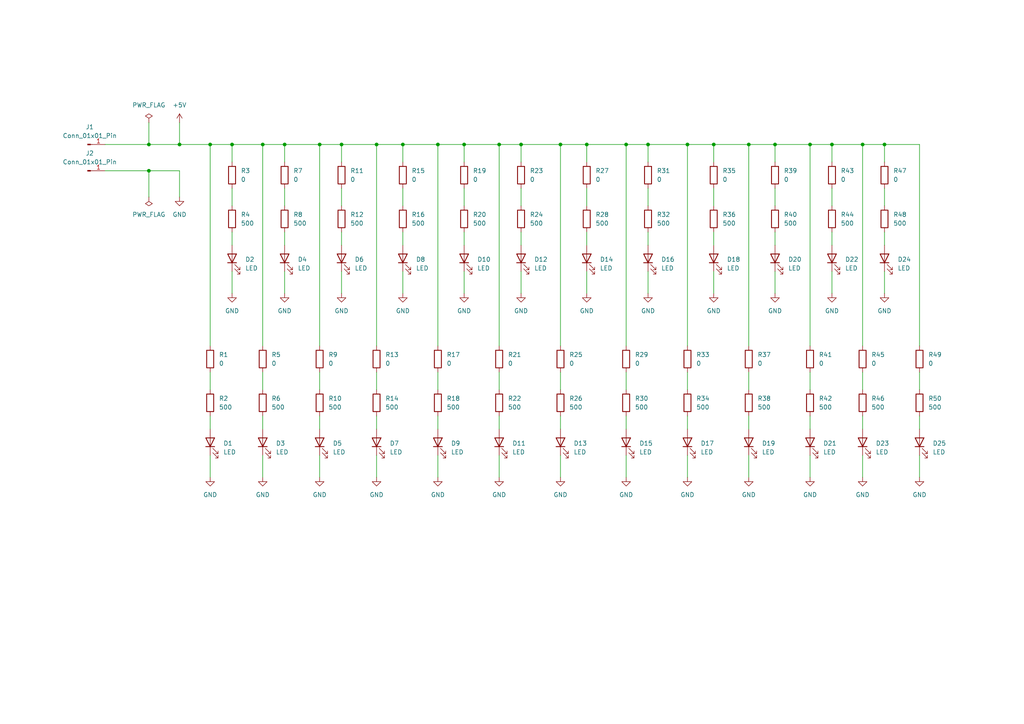
<source format=kicad_sch>
(kicad_sch (version 20230121) (generator eeschema)

  (uuid 7a75d19b-dafd-4dc0-b29a-b63c33ea3e30)

  (paper "A4")

  (lib_symbols
    (symbol "Connector:Conn_01x01_Pin" (pin_names (offset 1.016) hide) (in_bom yes) (on_board yes)
      (property "Reference" "J" (at 0 2.54 0)
        (effects (font (size 1.27 1.27)))
      )
      (property "Value" "Conn_01x01_Pin" (at 0 -2.54 0)
        (effects (font (size 1.27 1.27)))
      )
      (property "Footprint" "" (at 0 0 0)
        (effects (font (size 1.27 1.27)) hide)
      )
      (property "Datasheet" "~" (at 0 0 0)
        (effects (font (size 1.27 1.27)) hide)
      )
      (property "ki_locked" "" (at 0 0 0)
        (effects (font (size 1.27 1.27)))
      )
      (property "ki_keywords" "connector" (at 0 0 0)
        (effects (font (size 1.27 1.27)) hide)
      )
      (property "ki_description" "Generic connector, single row, 01x01, script generated" (at 0 0 0)
        (effects (font (size 1.27 1.27)) hide)
      )
      (property "ki_fp_filters" "Connector*:*_1x??_*" (at 0 0 0)
        (effects (font (size 1.27 1.27)) hide)
      )
      (symbol "Conn_01x01_Pin_1_1"
        (polyline
          (pts
            (xy 1.27 0)
            (xy 0.8636 0)
          )
          (stroke (width 0.1524) (type default))
          (fill (type none))
        )
        (rectangle (start 0.8636 0.127) (end 0 -0.127)
          (stroke (width 0.1524) (type default))
          (fill (type outline))
        )
        (pin passive line (at 5.08 0 180) (length 3.81)
          (name "Pin_1" (effects (font (size 1.27 1.27))))
          (number "1" (effects (font (size 1.27 1.27))))
        )
      )
    )
    (symbol "Device:LED" (pin_numbers hide) (pin_names (offset 1.016) hide) (in_bom yes) (on_board yes)
      (property "Reference" "D" (at 0 2.54 0)
        (effects (font (size 1.27 1.27)))
      )
      (property "Value" "LED" (at 0 -2.54 0)
        (effects (font (size 1.27 1.27)))
      )
      (property "Footprint" "" (at 0 0 0)
        (effects (font (size 1.27 1.27)) hide)
      )
      (property "Datasheet" "~" (at 0 0 0)
        (effects (font (size 1.27 1.27)) hide)
      )
      (property "ki_keywords" "LED diode" (at 0 0 0)
        (effects (font (size 1.27 1.27)) hide)
      )
      (property "ki_description" "Light emitting diode" (at 0 0 0)
        (effects (font (size 1.27 1.27)) hide)
      )
      (property "ki_fp_filters" "LED* LED_SMD:* LED_THT:*" (at 0 0 0)
        (effects (font (size 1.27 1.27)) hide)
      )
      (symbol "LED_0_1"
        (polyline
          (pts
            (xy -1.27 -1.27)
            (xy -1.27 1.27)
          )
          (stroke (width 0.254) (type default))
          (fill (type none))
        )
        (polyline
          (pts
            (xy -1.27 0)
            (xy 1.27 0)
          )
          (stroke (width 0) (type default))
          (fill (type none))
        )
        (polyline
          (pts
            (xy 1.27 -1.27)
            (xy 1.27 1.27)
            (xy -1.27 0)
            (xy 1.27 -1.27)
          )
          (stroke (width 0.254) (type default))
          (fill (type none))
        )
        (polyline
          (pts
            (xy -3.048 -0.762)
            (xy -4.572 -2.286)
            (xy -3.81 -2.286)
            (xy -4.572 -2.286)
            (xy -4.572 -1.524)
          )
          (stroke (width 0) (type default))
          (fill (type none))
        )
        (polyline
          (pts
            (xy -1.778 -0.762)
            (xy -3.302 -2.286)
            (xy -2.54 -2.286)
            (xy -3.302 -2.286)
            (xy -3.302 -1.524)
          )
          (stroke (width 0) (type default))
          (fill (type none))
        )
      )
      (symbol "LED_1_1"
        (pin passive line (at -3.81 0 0) (length 2.54)
          (name "K" (effects (font (size 1.27 1.27))))
          (number "1" (effects (font (size 1.27 1.27))))
        )
        (pin passive line (at 3.81 0 180) (length 2.54)
          (name "A" (effects (font (size 1.27 1.27))))
          (number "2" (effects (font (size 1.27 1.27))))
        )
      )
    )
    (symbol "Device:R" (pin_numbers hide) (pin_names (offset 0)) (in_bom yes) (on_board yes)
      (property "Reference" "R" (at 2.032 0 90)
        (effects (font (size 1.27 1.27)))
      )
      (property "Value" "R" (at 0 0 90)
        (effects (font (size 1.27 1.27)))
      )
      (property "Footprint" "" (at -1.778 0 90)
        (effects (font (size 1.27 1.27)) hide)
      )
      (property "Datasheet" "~" (at 0 0 0)
        (effects (font (size 1.27 1.27)) hide)
      )
      (property "ki_keywords" "R res resistor" (at 0 0 0)
        (effects (font (size 1.27 1.27)) hide)
      )
      (property "ki_description" "Resistor" (at 0 0 0)
        (effects (font (size 1.27 1.27)) hide)
      )
      (property "ki_fp_filters" "R_*" (at 0 0 0)
        (effects (font (size 1.27 1.27)) hide)
      )
      (symbol "R_0_1"
        (rectangle (start -1.016 -2.54) (end 1.016 2.54)
          (stroke (width 0.254) (type default))
          (fill (type none))
        )
      )
      (symbol "R_1_1"
        (pin passive line (at 0 3.81 270) (length 1.27)
          (name "~" (effects (font (size 1.27 1.27))))
          (number "1" (effects (font (size 1.27 1.27))))
        )
        (pin passive line (at 0 -3.81 90) (length 1.27)
          (name "~" (effects (font (size 1.27 1.27))))
          (number "2" (effects (font (size 1.27 1.27))))
        )
      )
    )
    (symbol "power:+5V" (power) (pin_names (offset 0)) (in_bom yes) (on_board yes)
      (property "Reference" "#PWR" (at 0 -3.81 0)
        (effects (font (size 1.27 1.27)) hide)
      )
      (property "Value" "+5V" (at 0 3.556 0)
        (effects (font (size 1.27 1.27)))
      )
      (property "Footprint" "" (at 0 0 0)
        (effects (font (size 1.27 1.27)) hide)
      )
      (property "Datasheet" "" (at 0 0 0)
        (effects (font (size 1.27 1.27)) hide)
      )
      (property "ki_keywords" "global power" (at 0 0 0)
        (effects (font (size 1.27 1.27)) hide)
      )
      (property "ki_description" "Power symbol creates a global label with name \"+5V\"" (at 0 0 0)
        (effects (font (size 1.27 1.27)) hide)
      )
      (symbol "+5V_0_1"
        (polyline
          (pts
            (xy -0.762 1.27)
            (xy 0 2.54)
          )
          (stroke (width 0) (type default))
          (fill (type none))
        )
        (polyline
          (pts
            (xy 0 0)
            (xy 0 2.54)
          )
          (stroke (width 0) (type default))
          (fill (type none))
        )
        (polyline
          (pts
            (xy 0 2.54)
            (xy 0.762 1.27)
          )
          (stroke (width 0) (type default))
          (fill (type none))
        )
      )
      (symbol "+5V_1_1"
        (pin power_in line (at 0 0 90) (length 0) hide
          (name "+5V" (effects (font (size 1.27 1.27))))
          (number "1" (effects (font (size 1.27 1.27))))
        )
      )
    )
    (symbol "power:GND" (power) (pin_names (offset 0)) (in_bom yes) (on_board yes)
      (property "Reference" "#PWR" (at 0 -6.35 0)
        (effects (font (size 1.27 1.27)) hide)
      )
      (property "Value" "GND" (at 0 -3.81 0)
        (effects (font (size 1.27 1.27)))
      )
      (property "Footprint" "" (at 0 0 0)
        (effects (font (size 1.27 1.27)) hide)
      )
      (property "Datasheet" "" (at 0 0 0)
        (effects (font (size 1.27 1.27)) hide)
      )
      (property "ki_keywords" "global power" (at 0 0 0)
        (effects (font (size 1.27 1.27)) hide)
      )
      (property "ki_description" "Power symbol creates a global label with name \"GND\" , ground" (at 0 0 0)
        (effects (font (size 1.27 1.27)) hide)
      )
      (symbol "GND_0_1"
        (polyline
          (pts
            (xy 0 0)
            (xy 0 -1.27)
            (xy 1.27 -1.27)
            (xy 0 -2.54)
            (xy -1.27 -1.27)
            (xy 0 -1.27)
          )
          (stroke (width 0) (type default))
          (fill (type none))
        )
      )
      (symbol "GND_1_1"
        (pin power_in line (at 0 0 270) (length 0) hide
          (name "GND" (effects (font (size 1.27 1.27))))
          (number "1" (effects (font (size 1.27 1.27))))
        )
      )
    )
    (symbol "power:PWR_FLAG" (power) (pin_numbers hide) (pin_names (offset 0) hide) (in_bom yes) (on_board yes)
      (property "Reference" "#FLG" (at 0 1.905 0)
        (effects (font (size 1.27 1.27)) hide)
      )
      (property "Value" "PWR_FLAG" (at 0 3.81 0)
        (effects (font (size 1.27 1.27)))
      )
      (property "Footprint" "" (at 0 0 0)
        (effects (font (size 1.27 1.27)) hide)
      )
      (property "Datasheet" "~" (at 0 0 0)
        (effects (font (size 1.27 1.27)) hide)
      )
      (property "ki_keywords" "flag power" (at 0 0 0)
        (effects (font (size 1.27 1.27)) hide)
      )
      (property "ki_description" "Special symbol for telling ERC where power comes from" (at 0 0 0)
        (effects (font (size 1.27 1.27)) hide)
      )
      (symbol "PWR_FLAG_0_0"
        (pin power_out line (at 0 0 90) (length 0)
          (name "pwr" (effects (font (size 1.27 1.27))))
          (number "1" (effects (font (size 1.27 1.27))))
        )
      )
      (symbol "PWR_FLAG_0_1"
        (polyline
          (pts
            (xy 0 0)
            (xy 0 1.27)
            (xy -1.016 1.905)
            (xy 0 2.54)
            (xy 1.016 1.905)
            (xy 0 1.27)
          )
          (stroke (width 0) (type default))
          (fill (type none))
        )
      )
    )
  )

  (junction (at 207.01 41.91) (diameter 0) (color 0 0 0 0)
    (uuid 0176007f-14dc-46ed-a7a9-e54552d61b97)
  )
  (junction (at 199.39 41.91) (diameter 0) (color 0 0 0 0)
    (uuid 031e54da-bfba-43d1-9f69-bfff4ad6ffab)
  )
  (junction (at 134.62 41.91) (diameter 0) (color 0 0 0 0)
    (uuid 113a2b7a-e09e-4152-9c84-5bf50a874613)
  )
  (junction (at 162.56 41.91) (diameter 0) (color 0 0 0 0)
    (uuid 143b7e1f-76f8-48c1-847d-78b24bd0d605)
  )
  (junction (at 60.96 41.91) (diameter 0) (color 0 0 0 0)
    (uuid 17cdfece-2e90-4d6d-864f-9e66b799b943)
  )
  (junction (at 144.78 41.91) (diameter 0) (color 0 0 0 0)
    (uuid 33456175-a5d5-4079-a947-96515717f1a9)
  )
  (junction (at 187.96 41.91) (diameter 0) (color 0 0 0 0)
    (uuid 63513815-60b5-4bea-8e82-ab366965360f)
  )
  (junction (at 43.18 49.53) (diameter 0) (color 0 0 0 0)
    (uuid 65294766-ce76-48e1-97ad-019b1cbfb8a3)
  )
  (junction (at 151.13 41.91) (diameter 0) (color 0 0 0 0)
    (uuid 66146be1-aad9-4704-92b3-8a474587a77c)
  )
  (junction (at 52.07 41.91) (diameter 0) (color 0 0 0 0)
    (uuid 6c60c26d-947f-4b94-8ef2-28642608a8aa)
  )
  (junction (at 127 41.91) (diameter 0) (color 0 0 0 0)
    (uuid 6e8895a3-f8e4-4e87-b885-e813a78033a2)
  )
  (junction (at 234.95 41.91) (diameter 0) (color 0 0 0 0)
    (uuid 6fff3ba2-fed8-44a0-af05-bb607f23ea67)
  )
  (junction (at 116.84 41.91) (diameter 0) (color 0 0 0 0)
    (uuid 703277b1-6a35-44fc-a466-d960cb5531b3)
  )
  (junction (at 99.06 41.91) (diameter 0) (color 0 0 0 0)
    (uuid 9f83db10-50cc-420f-94b5-ec4700f8f751)
  )
  (junction (at 256.54 41.91) (diameter 0) (color 0 0 0 0)
    (uuid a3ece006-4376-4a25-aa93-c49f48ed555e)
  )
  (junction (at 67.31 41.91) (diameter 0) (color 0 0 0 0)
    (uuid a40d84dc-75b3-4e19-8292-38aa845932a6)
  )
  (junction (at 250.19 41.91) (diameter 0) (color 0 0 0 0)
    (uuid a4b8d941-4c87-4518-8d75-0ab2892b6700)
  )
  (junction (at 109.22 41.91) (diameter 0) (color 0 0 0 0)
    (uuid aa1daf46-bcdf-4db8-9ae1-6780867b117d)
  )
  (junction (at 43.18 41.91) (diameter 0) (color 0 0 0 0)
    (uuid acc5474e-6721-4598-8c4b-de6a57a71156)
  )
  (junction (at 241.3 41.91) (diameter 0) (color 0 0 0 0)
    (uuid b4466292-5317-4554-b28f-87b64207116f)
  )
  (junction (at 217.17 41.91) (diameter 0) (color 0 0 0 0)
    (uuid da3ad8e6-1cd8-489e-bbe0-42fd4c59a4e0)
  )
  (junction (at 170.18 41.91) (diameter 0) (color 0 0 0 0)
    (uuid e40333a9-514e-446c-9590-a272f68b4e04)
  )
  (junction (at 224.79 41.91) (diameter 0) (color 0 0 0 0)
    (uuid e47a7459-5914-4fb9-8c83-06a463000a56)
  )
  (junction (at 76.2 41.91) (diameter 0) (color 0 0 0 0)
    (uuid e72b9c56-3331-4f7a-8cbe-68c450d0d49d)
  )
  (junction (at 92.71 41.91) (diameter 0) (color 0 0 0 0)
    (uuid e752330c-8b60-4c42-bdc7-f585878ee971)
  )
  (junction (at 181.61 41.91) (diameter 0) (color 0 0 0 0)
    (uuid e7534955-9710-4f27-8838-bb6d88f3eb2e)
  )
  (junction (at 82.55 41.91) (diameter 0) (color 0 0 0 0)
    (uuid fd5a77f4-25bf-44e4-b324-77cd8497fde3)
  )

  (wire (pts (xy 199.39 120.65) (xy 199.39 124.46))
    (stroke (width 0) (type default))
    (uuid 0016eee6-f4f5-4ea2-a1e4-3a68cda47eb8)
  )
  (wire (pts (xy 181.61 41.91) (xy 187.96 41.91))
    (stroke (width 0) (type default))
    (uuid 03a98a14-5951-40b6-80e0-b584b7a0f663)
  )
  (wire (pts (xy 199.39 132.08) (xy 199.39 138.43))
    (stroke (width 0) (type default))
    (uuid 049cebb9-618c-43b4-b0ef-b2ae92f69abf)
  )
  (wire (pts (xy 241.3 54.61) (xy 241.3 59.69))
    (stroke (width 0) (type default))
    (uuid 04e41bd3-978e-401a-9a89-650f8d5a82dd)
  )
  (wire (pts (xy 109.22 120.65) (xy 109.22 124.46))
    (stroke (width 0) (type default))
    (uuid 077883f5-39b3-42e2-866f-7e8243e045a4)
  )
  (wire (pts (xy 43.18 49.53) (xy 43.18 57.15))
    (stroke (width 0) (type default))
    (uuid 081e8658-2d5d-4f64-9b37-c7e4a3314a25)
  )
  (wire (pts (xy 134.62 41.91) (xy 144.78 41.91))
    (stroke (width 0) (type default))
    (uuid 0d86555e-ee03-4faa-b3f2-601f49aa0c11)
  )
  (wire (pts (xy 241.3 41.91) (xy 241.3 46.99))
    (stroke (width 0) (type default))
    (uuid 0e9646bb-f5a8-4479-9573-2b41f442540f)
  )
  (wire (pts (xy 134.62 41.91) (xy 134.62 46.99))
    (stroke (width 0) (type default))
    (uuid 12e57d9b-8aff-415a-84dd-1bc6ea572a39)
  )
  (wire (pts (xy 60.96 132.08) (xy 60.96 138.43))
    (stroke (width 0) (type default))
    (uuid 1305c030-3f74-4312-86f9-e24a89dc24b2)
  )
  (wire (pts (xy 162.56 41.91) (xy 162.56 100.33))
    (stroke (width 0) (type default))
    (uuid 1692f2b5-0424-483f-9d15-257124e7f69e)
  )
  (wire (pts (xy 134.62 54.61) (xy 134.62 59.69))
    (stroke (width 0) (type default))
    (uuid 16c9ae44-4d18-427a-8e14-6c8d76da8404)
  )
  (wire (pts (xy 151.13 41.91) (xy 162.56 41.91))
    (stroke (width 0) (type default))
    (uuid 1aef5499-da4b-486f-a44f-4c37325b59b9)
  )
  (wire (pts (xy 144.78 120.65) (xy 144.78 124.46))
    (stroke (width 0) (type default))
    (uuid 1d718079-2f93-42a8-b761-dddcdac8521a)
  )
  (wire (pts (xy 250.19 41.91) (xy 250.19 100.33))
    (stroke (width 0) (type default))
    (uuid 1e0ef51d-39e1-4b21-8358-8e02b29e5ef3)
  )
  (wire (pts (xy 67.31 78.74) (xy 67.31 85.09))
    (stroke (width 0) (type default))
    (uuid 1f530c30-6d9e-4eec-96af-eed5ff05df03)
  )
  (wire (pts (xy 127 132.08) (xy 127 138.43))
    (stroke (width 0) (type default))
    (uuid 2068e766-a53f-43a8-b3a4-327c59b81132)
  )
  (wire (pts (xy 170.18 78.74) (xy 170.18 85.09))
    (stroke (width 0) (type default))
    (uuid 22cb2176-2d00-43f2-b71a-cea193ea277c)
  )
  (wire (pts (xy 234.95 120.65) (xy 234.95 124.46))
    (stroke (width 0) (type default))
    (uuid 27304715-58cc-498e-bda0-c343f80a5f28)
  )
  (wire (pts (xy 67.31 67.31) (xy 67.31 71.12))
    (stroke (width 0) (type default))
    (uuid 27a01337-4d1c-469c-b00b-f87d7fb5d450)
  )
  (wire (pts (xy 43.18 49.53) (xy 52.07 49.53))
    (stroke (width 0) (type default))
    (uuid 2860d38b-93ef-45e7-9bc6-c89fc3c36d46)
  )
  (wire (pts (xy 266.7 120.65) (xy 266.7 124.46))
    (stroke (width 0) (type default))
    (uuid 29abfa4b-5733-4711-b69f-017d0767b563)
  )
  (wire (pts (xy 199.39 41.91) (xy 199.39 100.33))
    (stroke (width 0) (type default))
    (uuid 2c41aea8-47cc-4ce4-be7d-16e3d6cd288c)
  )
  (wire (pts (xy 151.13 41.91) (xy 151.13 46.99))
    (stroke (width 0) (type default))
    (uuid 32da56b8-b0d3-4512-846c-d1feba5e420a)
  )
  (wire (pts (xy 99.06 78.74) (xy 99.06 85.09))
    (stroke (width 0) (type default))
    (uuid 38e3118f-0f5e-4f4c-bd0f-6e46c74ae3a3)
  )
  (wire (pts (xy 52.07 35.56) (xy 52.07 41.91))
    (stroke (width 0) (type default))
    (uuid 39e98dfc-420a-48cb-b27b-b4160fdc0f9d)
  )
  (wire (pts (xy 256.54 41.91) (xy 256.54 46.99))
    (stroke (width 0) (type default))
    (uuid 3c16f404-9ccf-49f5-b966-01936d868875)
  )
  (wire (pts (xy 92.71 107.95) (xy 92.71 113.03))
    (stroke (width 0) (type default))
    (uuid 3d9a83ef-bb4d-47ea-8299-2a9490a33c05)
  )
  (wire (pts (xy 52.07 49.53) (xy 52.07 57.15))
    (stroke (width 0) (type default))
    (uuid 403efd81-15e0-4c92-a760-ea6dd4ae85b6)
  )
  (wire (pts (xy 82.55 67.31) (xy 82.55 71.12))
    (stroke (width 0) (type default))
    (uuid 45a62dc9-d827-4317-9269-5f5f05d00b53)
  )
  (wire (pts (xy 207.01 67.31) (xy 207.01 71.12))
    (stroke (width 0) (type default))
    (uuid 49c64bb5-5a91-44d5-9559-0d36a63c9bc5)
  )
  (wire (pts (xy 92.71 120.65) (xy 92.71 124.46))
    (stroke (width 0) (type default))
    (uuid 4bafaf6d-7742-4a2e-a21a-00b40bdc795f)
  )
  (wire (pts (xy 241.3 41.91) (xy 250.19 41.91))
    (stroke (width 0) (type default))
    (uuid 4db5b8f8-e8e9-4968-a3fb-754e239eb8b6)
  )
  (wire (pts (xy 207.01 41.91) (xy 217.17 41.91))
    (stroke (width 0) (type default))
    (uuid 4f43eb8e-bd7f-4589-b259-1b208fce7808)
  )
  (wire (pts (xy 99.06 41.91) (xy 99.06 46.99))
    (stroke (width 0) (type default))
    (uuid 4fed9833-b9c4-476e-b5d0-46dce027abc6)
  )
  (wire (pts (xy 199.39 107.95) (xy 199.39 113.03))
    (stroke (width 0) (type default))
    (uuid 51b7506d-8d4e-4f10-ab40-2ef2fc4f078f)
  )
  (wire (pts (xy 170.18 54.61) (xy 170.18 59.69))
    (stroke (width 0) (type default))
    (uuid 543e37de-81f9-4a13-8c02-6ce9b7c6a9a8)
  )
  (wire (pts (xy 116.84 41.91) (xy 116.84 46.99))
    (stroke (width 0) (type default))
    (uuid 54ba9c0d-e5f2-4224-8985-5f4cb5078c73)
  )
  (wire (pts (xy 187.96 78.74) (xy 187.96 85.09))
    (stroke (width 0) (type default))
    (uuid 54fa80d6-8207-4a7e-a53b-b3a6fe0fc445)
  )
  (wire (pts (xy 187.96 41.91) (xy 199.39 41.91))
    (stroke (width 0) (type default))
    (uuid 55d450d5-d7c1-4ee5-9b9c-4f446f71abc7)
  )
  (wire (pts (xy 181.61 41.91) (xy 181.61 100.33))
    (stroke (width 0) (type default))
    (uuid 58f519f3-29fb-4a15-af07-f2ca4f4a78ef)
  )
  (wire (pts (xy 234.95 107.95) (xy 234.95 113.03))
    (stroke (width 0) (type default))
    (uuid 5b870798-05ad-4939-91fa-e0c490de3134)
  )
  (wire (pts (xy 162.56 107.95) (xy 162.56 113.03))
    (stroke (width 0) (type default))
    (uuid 5ebe9501-417e-4f19-9384-82a1a8b5138b)
  )
  (wire (pts (xy 109.22 107.95) (xy 109.22 113.03))
    (stroke (width 0) (type default))
    (uuid 62395a19-db06-45d4-864b-6d996e6bba25)
  )
  (wire (pts (xy 234.95 41.91) (xy 241.3 41.91))
    (stroke (width 0) (type default))
    (uuid 6248b743-49b9-4640-b130-fcfd352de32b)
  )
  (wire (pts (xy 224.79 78.74) (xy 224.79 85.09))
    (stroke (width 0) (type default))
    (uuid 6274501a-eff6-421a-9785-3474335860d9)
  )
  (wire (pts (xy 116.84 78.74) (xy 116.84 85.09))
    (stroke (width 0) (type default))
    (uuid 63b41e61-c809-4dc6-bc4d-9e5cc88f9c35)
  )
  (wire (pts (xy 116.84 67.31) (xy 116.84 71.12))
    (stroke (width 0) (type default))
    (uuid 64b4a3b3-0474-489c-9275-4df3bfd4d14c)
  )
  (wire (pts (xy 52.07 41.91) (xy 43.18 41.91))
    (stroke (width 0) (type default))
    (uuid 6573ca2b-2549-4663-a509-6cb5a856155d)
  )
  (wire (pts (xy 144.78 41.91) (xy 144.78 100.33))
    (stroke (width 0) (type default))
    (uuid 665843aa-f510-4562-9c28-bfa10a972a17)
  )
  (wire (pts (xy 181.61 132.08) (xy 181.61 138.43))
    (stroke (width 0) (type default))
    (uuid 67993659-9dec-4494-90de-28e4703a64da)
  )
  (wire (pts (xy 207.01 54.61) (xy 207.01 59.69))
    (stroke (width 0) (type default))
    (uuid 6ae05564-593d-406c-be6b-510c9e18e02f)
  )
  (wire (pts (xy 82.55 41.91) (xy 92.71 41.91))
    (stroke (width 0) (type default))
    (uuid 6d5dfa9a-f5ed-439d-89b1-594590512c21)
  )
  (wire (pts (xy 76.2 107.95) (xy 76.2 113.03))
    (stroke (width 0) (type default))
    (uuid 6e29e602-eed5-4b6f-8962-a4e1bd25fb92)
  )
  (wire (pts (xy 217.17 107.95) (xy 217.17 113.03))
    (stroke (width 0) (type default))
    (uuid 6e5f04d6-4aee-4d54-8963-5b37c2c86df9)
  )
  (wire (pts (xy 170.18 41.91) (xy 181.61 41.91))
    (stroke (width 0) (type default))
    (uuid 6e7bac95-136b-4a7b-9b39-16702b6e0b22)
  )
  (wire (pts (xy 187.96 54.61) (xy 187.96 59.69))
    (stroke (width 0) (type default))
    (uuid 703c545a-0083-4aa9-9b7f-b23c367c7416)
  )
  (wire (pts (xy 224.79 67.31) (xy 224.79 71.12))
    (stroke (width 0) (type default))
    (uuid 7203cc79-79f9-47c5-9b9c-f67d779c141b)
  )
  (wire (pts (xy 151.13 78.74) (xy 151.13 85.09))
    (stroke (width 0) (type default))
    (uuid 72acc58d-fd26-4c3c-8fde-927575ee8ebf)
  )
  (wire (pts (xy 82.55 54.61) (xy 82.55 59.69))
    (stroke (width 0) (type default))
    (uuid 79ceea3d-ac9b-43b5-a396-4840877fc3a9)
  )
  (wire (pts (xy 207.01 78.74) (xy 207.01 85.09))
    (stroke (width 0) (type default))
    (uuid 79fd7787-5df3-4d11-8311-93f9ae3c1a4d)
  )
  (wire (pts (xy 256.54 78.74) (xy 256.54 85.09))
    (stroke (width 0) (type default))
    (uuid 7c17946f-b6e6-4f0a-9c02-36de5d44f5f4)
  )
  (wire (pts (xy 250.19 120.65) (xy 250.19 124.46))
    (stroke (width 0) (type default))
    (uuid 7c3d1873-0051-45dd-b0f3-4a3ec4837e38)
  )
  (wire (pts (xy 256.54 54.61) (xy 256.54 59.69))
    (stroke (width 0) (type default))
    (uuid 7d28b94f-a945-4b28-8570-4ce9383a5a13)
  )
  (wire (pts (xy 224.79 41.91) (xy 224.79 46.99))
    (stroke (width 0) (type default))
    (uuid 8025640e-0fd5-4bae-8979-879b925757a5)
  )
  (wire (pts (xy 67.31 41.91) (xy 76.2 41.91))
    (stroke (width 0) (type default))
    (uuid 822a2ee5-cc41-45d3-a533-43db19e1df7a)
  )
  (wire (pts (xy 60.96 120.65) (xy 60.96 124.46))
    (stroke (width 0) (type default))
    (uuid 824ec6b4-d7d1-4cc1-a481-a90606899967)
  )
  (wire (pts (xy 109.22 41.91) (xy 116.84 41.91))
    (stroke (width 0) (type default))
    (uuid 834eea84-27f0-4b7b-891c-ab14d2ba5ece)
  )
  (wire (pts (xy 250.19 107.95) (xy 250.19 113.03))
    (stroke (width 0) (type default))
    (uuid 86bdd162-8369-4472-9d9c-f39ab6ecb60f)
  )
  (wire (pts (xy 134.62 67.31) (xy 134.62 71.12))
    (stroke (width 0) (type default))
    (uuid 88d11cfb-53ed-4c41-8a3c-875010296fa2)
  )
  (wire (pts (xy 52.07 41.91) (xy 60.96 41.91))
    (stroke (width 0) (type default))
    (uuid 8b8dadbd-4ff3-4204-a845-4fc4483e2297)
  )
  (wire (pts (xy 92.71 41.91) (xy 99.06 41.91))
    (stroke (width 0) (type default))
    (uuid 8bd96962-db7b-4a17-bf46-3e02dfd94e28)
  )
  (wire (pts (xy 187.96 41.91) (xy 187.96 46.99))
    (stroke (width 0) (type default))
    (uuid 8cdb4a09-d867-4eae-8c4a-7a12353c880b)
  )
  (wire (pts (xy 127 41.91) (xy 134.62 41.91))
    (stroke (width 0) (type default))
    (uuid 8e8f81fe-d30c-461c-b95a-1f6198c0511d)
  )
  (wire (pts (xy 217.17 41.91) (xy 217.17 100.33))
    (stroke (width 0) (type default))
    (uuid 8fb3266c-7ece-43bf-80b3-72ce07d5f72e)
  )
  (wire (pts (xy 266.7 132.08) (xy 266.7 138.43))
    (stroke (width 0) (type default))
    (uuid 9170c800-2ec8-4bb9-8406-a791fa63608c)
  )
  (wire (pts (xy 256.54 67.31) (xy 256.54 71.12))
    (stroke (width 0) (type default))
    (uuid 9299ffb9-fcf9-42db-92d6-6b0fa60b8957)
  )
  (wire (pts (xy 187.96 67.31) (xy 187.96 71.12))
    (stroke (width 0) (type default))
    (uuid 99af1346-aa3d-458b-a3b8-3666c5e24ff2)
  )
  (wire (pts (xy 116.84 41.91) (xy 127 41.91))
    (stroke (width 0) (type default))
    (uuid 9dd592a7-7c6b-40af-92a6-11238406c704)
  )
  (wire (pts (xy 127 120.65) (xy 127 124.46))
    (stroke (width 0) (type default))
    (uuid 9dfa4edc-902e-404f-bb93-1be1266ef597)
  )
  (wire (pts (xy 76.2 41.91) (xy 82.55 41.91))
    (stroke (width 0) (type default))
    (uuid 9f1fdb0e-c86d-4673-ac07-f651a5557fa6)
  )
  (wire (pts (xy 241.3 67.31) (xy 241.3 71.12))
    (stroke (width 0) (type default))
    (uuid a0ef6b8a-598a-43a3-93bc-81255c05b46c)
  )
  (wire (pts (xy 162.56 132.08) (xy 162.56 138.43))
    (stroke (width 0) (type default))
    (uuid a2d94282-bbdd-458d-9fbd-620e6e8cad24)
  )
  (wire (pts (xy 256.54 41.91) (xy 266.7 41.91))
    (stroke (width 0) (type default))
    (uuid a36e5166-170c-434d-bd0d-ae26f6bfb74d)
  )
  (wire (pts (xy 234.95 41.91) (xy 234.95 100.33))
    (stroke (width 0) (type default))
    (uuid a51a7384-4ea8-46b2-b481-a62e1073027a)
  )
  (wire (pts (xy 151.13 67.31) (xy 151.13 71.12))
    (stroke (width 0) (type default))
    (uuid a86158be-abab-487d-93d6-c0e82288afce)
  )
  (wire (pts (xy 199.39 41.91) (xy 207.01 41.91))
    (stroke (width 0) (type default))
    (uuid a976109e-03e1-4699-a2a9-fc05a505f802)
  )
  (wire (pts (xy 207.01 41.91) (xy 207.01 46.99))
    (stroke (width 0) (type default))
    (uuid aaacfcaa-414e-4e57-9066-6a9aa2aa8aa9)
  )
  (wire (pts (xy 116.84 54.61) (xy 116.84 59.69))
    (stroke (width 0) (type default))
    (uuid aadf22ab-a052-4938-9464-9dcfccba774b)
  )
  (wire (pts (xy 82.55 41.91) (xy 82.55 46.99))
    (stroke (width 0) (type default))
    (uuid abb18539-f4bc-45f1-bec1-a1fe47c1acc1)
  )
  (wire (pts (xy 92.71 41.91) (xy 92.71 100.33))
    (stroke (width 0) (type default))
    (uuid b10cebb6-a274-41ae-bbd7-c4d07cb058f4)
  )
  (wire (pts (xy 217.17 41.91) (xy 224.79 41.91))
    (stroke (width 0) (type default))
    (uuid b23b0d48-e05f-4d2c-9244-fd338ee7acfa)
  )
  (wire (pts (xy 99.06 67.31) (xy 99.06 71.12))
    (stroke (width 0) (type default))
    (uuid b266ea9c-e643-4611-b1f2-d83f607d78ca)
  )
  (wire (pts (xy 217.17 120.65) (xy 217.17 124.46))
    (stroke (width 0) (type default))
    (uuid b4300008-6a7e-4748-bef4-3d69e9f34130)
  )
  (wire (pts (xy 67.31 54.61) (xy 67.31 59.69))
    (stroke (width 0) (type default))
    (uuid b45ebff2-8219-40fa-97d9-998696cb68cc)
  )
  (wire (pts (xy 144.78 132.08) (xy 144.78 138.43))
    (stroke (width 0) (type default))
    (uuid ba2e1f23-7ee6-49a2-a3c1-9c2ddb7a13b6)
  )
  (wire (pts (xy 162.56 41.91) (xy 170.18 41.91))
    (stroke (width 0) (type default))
    (uuid bbeb9129-2a87-4df2-ae66-ee98d6b4cf8e)
  )
  (wire (pts (xy 162.56 120.65) (xy 162.56 124.46))
    (stroke (width 0) (type default))
    (uuid bc07f88f-cb18-4746-be33-77bd6140f920)
  )
  (wire (pts (xy 82.55 78.74) (xy 82.55 85.09))
    (stroke (width 0) (type default))
    (uuid bcccc017-c4ca-4265-8d5d-3adbf7469cee)
  )
  (wire (pts (xy 266.7 107.95) (xy 266.7 113.03))
    (stroke (width 0) (type default))
    (uuid bcdd35ac-884d-4334-bd66-672d7d669e39)
  )
  (wire (pts (xy 170.18 41.91) (xy 170.18 46.99))
    (stroke (width 0) (type default))
    (uuid bdb99a3f-5549-4ebe-a14a-4e9e4203eadd)
  )
  (wire (pts (xy 109.22 132.08) (xy 109.22 138.43))
    (stroke (width 0) (type default))
    (uuid c5412e93-024c-4b3f-a6a7-54802f4284ab)
  )
  (wire (pts (xy 134.62 78.74) (xy 134.62 85.09))
    (stroke (width 0) (type default))
    (uuid c75a55a1-80ca-4766-977d-c06dadd381ce)
  )
  (wire (pts (xy 224.79 54.61) (xy 224.79 59.69))
    (stroke (width 0) (type default))
    (uuid c8229ad3-22fd-48da-b5a1-099b773e18c9)
  )
  (wire (pts (xy 76.2 132.08) (xy 76.2 138.43))
    (stroke (width 0) (type default))
    (uuid c89a9360-0eb9-4592-9d47-fe9cb1c31512)
  )
  (wire (pts (xy 170.18 67.31) (xy 170.18 71.12))
    (stroke (width 0) (type default))
    (uuid c96735e8-07d7-4e20-8063-1c091b288c4a)
  )
  (wire (pts (xy 250.19 41.91) (xy 256.54 41.91))
    (stroke (width 0) (type default))
    (uuid c9ce6ad1-6c90-4992-ab3a-e43c54b91f55)
  )
  (wire (pts (xy 144.78 41.91) (xy 151.13 41.91))
    (stroke (width 0) (type default))
    (uuid cb3a164d-25ca-44a5-8a94-a6a4f139fc54)
  )
  (wire (pts (xy 151.13 54.61) (xy 151.13 59.69))
    (stroke (width 0) (type default))
    (uuid ce0a5966-47fa-4042-b0fd-155a7eb680ba)
  )
  (wire (pts (xy 30.48 49.53) (xy 43.18 49.53))
    (stroke (width 0) (type default))
    (uuid cfc96e3d-5606-4689-b265-a9deed1f2ef0)
  )
  (wire (pts (xy 109.22 41.91) (xy 109.22 100.33))
    (stroke (width 0) (type default))
    (uuid d32c727b-2592-46f6-976f-4cc252f1ad4a)
  )
  (wire (pts (xy 92.71 132.08) (xy 92.71 138.43))
    (stroke (width 0) (type default))
    (uuid d6b5f5b3-e84b-4515-9362-ebd53d33c61d)
  )
  (wire (pts (xy 241.3 78.74) (xy 241.3 85.09))
    (stroke (width 0) (type default))
    (uuid d6be705f-0d37-49a0-a515-ddfcc36ebd8d)
  )
  (wire (pts (xy 30.48 41.91) (xy 43.18 41.91))
    (stroke (width 0) (type default))
    (uuid d917227d-2a65-4dc2-95b4-dfde51914720)
  )
  (wire (pts (xy 127 41.91) (xy 127 100.33))
    (stroke (width 0) (type default))
    (uuid da350191-2c6f-44ab-b51e-f7f0937e6f4f)
  )
  (wire (pts (xy 266.7 41.91) (xy 266.7 100.33))
    (stroke (width 0) (type default))
    (uuid dca15ede-10bb-4448-93fc-d60b59dd15a6)
  )
  (wire (pts (xy 76.2 41.91) (xy 76.2 100.33))
    (stroke (width 0) (type default))
    (uuid e03aebe1-fc79-49d2-bfe4-e2f97ddff4c1)
  )
  (wire (pts (xy 99.06 54.61) (xy 99.06 59.69))
    (stroke (width 0) (type default))
    (uuid e0715918-bdb9-4f17-b619-c03ef6645991)
  )
  (wire (pts (xy 127 107.95) (xy 127 113.03))
    (stroke (width 0) (type default))
    (uuid e1910d7a-9370-47be-9095-e84882dd95ac)
  )
  (wire (pts (xy 217.17 132.08) (xy 217.17 138.43))
    (stroke (width 0) (type default))
    (uuid e77638e5-fd5a-4ff7-a380-ee7ccb488a7a)
  )
  (wire (pts (xy 250.19 132.08) (xy 250.19 138.43))
    (stroke (width 0) (type default))
    (uuid e7bb08ee-f6f7-4c4f-95be-3773bd7588b7)
  )
  (wire (pts (xy 43.18 35.56) (xy 43.18 41.91))
    (stroke (width 0) (type default))
    (uuid ef2a70e8-6ab2-4e24-8f57-b7d997f56bcc)
  )
  (wire (pts (xy 144.78 107.95) (xy 144.78 113.03))
    (stroke (width 0) (type default))
    (uuid f1b74beb-6bd1-494a-a9d4-dfdd45811732)
  )
  (wire (pts (xy 60.96 107.95) (xy 60.96 113.03))
    (stroke (width 0) (type default))
    (uuid f29b850c-426c-4739-b2ba-50143e9c028d)
  )
  (wire (pts (xy 99.06 41.91) (xy 109.22 41.91))
    (stroke (width 0) (type default))
    (uuid f441c0b4-3c54-422d-9103-7acad27bf9b4)
  )
  (wire (pts (xy 67.31 41.91) (xy 67.31 46.99))
    (stroke (width 0) (type default))
    (uuid f454bbb7-505f-42f2-8c2f-f18f7db84451)
  )
  (wire (pts (xy 181.61 120.65) (xy 181.61 124.46))
    (stroke (width 0) (type default))
    (uuid f466a00b-9e73-43c4-935f-685bb55af506)
  )
  (wire (pts (xy 234.95 132.08) (xy 234.95 138.43))
    (stroke (width 0) (type default))
    (uuid f918ef48-4593-470f-91b3-76f16985d979)
  )
  (wire (pts (xy 224.79 41.91) (xy 234.95 41.91))
    (stroke (width 0) (type default))
    (uuid f9898c15-5678-48f7-9905-f21437067cdc)
  )
  (wire (pts (xy 60.96 41.91) (xy 67.31 41.91))
    (stroke (width 0) (type default))
    (uuid f9c07822-c091-4bbe-b6f4-30d218e8d5ef)
  )
  (wire (pts (xy 76.2 120.65) (xy 76.2 124.46))
    (stroke (width 0) (type default))
    (uuid fbb3b486-d71e-4f22-b8a1-093213af067a)
  )
  (wire (pts (xy 60.96 100.33) (xy 60.96 41.91))
    (stroke (width 0) (type default))
    (uuid fc491b78-8b4a-4501-a433-33b94ce3a1cf)
  )
  (wire (pts (xy 181.61 107.95) (xy 181.61 113.03))
    (stroke (width 0) (type default))
    (uuid fe728530-a9f7-4807-a4af-4286157176d3)
  )

  (symbol (lib_id "Device:LED") (at 187.96 74.93 90) (unit 1)
    (in_bom yes) (on_board yes) (dnp no) (fields_autoplaced)
    (uuid 01792559-ab35-48ff-af20-a83a4a9917b5)
    (property "Reference" "D16" (at 191.77 75.2475 90)
      (effects (font (size 1.27 1.27)) (justify right))
    )
    (property "Value" "LED" (at 191.77 77.7875 90)
      (effects (font (size 1.27 1.27)) (justify right))
    )
    (property "Footprint" "Diode_SMD:D_1206_3216Metric_Pad1.42x1.75mm_HandSolder" (at 187.96 74.93 0)
      (effects (font (size 1.27 1.27)) hide)
    )
    (property "Datasheet" "~" (at 187.96 74.93 0)
      (effects (font (size 1.27 1.27)) hide)
    )
    (pin "1" (uuid c7b4ee90-75ed-4304-bfbd-d664e13b5954))
    (pin "2" (uuid 1c52ed97-86b3-4039-80d7-3644bb4839b7))
    (instances
      (project "v2-raster"
        (path "/7a75d19b-dafd-4dc0-b29a-b63c33ea3e30"
          (reference "D16") (unit 1)
        )
      )
    )
  )

  (symbol (lib_id "Device:LED") (at 151.13 74.93 90) (unit 1)
    (in_bom yes) (on_board yes) (dnp no) (fields_autoplaced)
    (uuid 01db8c59-8517-4415-9610-f2144e745405)
    (property "Reference" "D12" (at 154.94 75.2475 90)
      (effects (font (size 1.27 1.27)) (justify right))
    )
    (property "Value" "LED" (at 154.94 77.7875 90)
      (effects (font (size 1.27 1.27)) (justify right))
    )
    (property "Footprint" "Diode_SMD:D_1206_3216Metric_Pad1.42x1.75mm_HandSolder" (at 151.13 74.93 0)
      (effects (font (size 1.27 1.27)) hide)
    )
    (property "Datasheet" "~" (at 151.13 74.93 0)
      (effects (font (size 1.27 1.27)) hide)
    )
    (pin "1" (uuid 71d0c883-ed0e-4598-af73-19c77e3ef492))
    (pin "2" (uuid f3285fe6-a19a-4210-b9b8-ce77a8061dcd))
    (instances
      (project "v2-raster"
        (path "/7a75d19b-dafd-4dc0-b29a-b63c33ea3e30"
          (reference "D12") (unit 1)
        )
      )
    )
  )

  (symbol (lib_id "power:GND") (at 266.7 138.43 0) (unit 1)
    (in_bom yes) (on_board yes) (dnp no) (fields_autoplaced)
    (uuid 05264284-1bb2-47b7-8f64-489912c2d1d0)
    (property "Reference" "#PWR027" (at 266.7 144.78 0)
      (effects (font (size 1.27 1.27)) hide)
    )
    (property "Value" "GND" (at 266.7 143.51 0)
      (effects (font (size 1.27 1.27)))
    )
    (property "Footprint" "" (at 266.7 138.43 0)
      (effects (font (size 1.27 1.27)) hide)
    )
    (property "Datasheet" "" (at 266.7 138.43 0)
      (effects (font (size 1.27 1.27)) hide)
    )
    (pin "1" (uuid 3ee6fbc7-632a-485b-8919-2d30dffd75d8))
    (instances
      (project "v2-raster"
        (path "/7a75d19b-dafd-4dc0-b29a-b63c33ea3e30"
          (reference "#PWR027") (unit 1)
        )
      )
    )
  )

  (symbol (lib_id "Device:R") (at 116.84 50.8 0) (unit 1)
    (in_bom yes) (on_board yes) (dnp no) (fields_autoplaced)
    (uuid 0c906d92-8bc4-4390-9a93-f60f813216ba)
    (property "Reference" "R15" (at 119.38 49.53 0)
      (effects (font (size 1.27 1.27)) (justify left))
    )
    (property "Value" "0" (at 119.38 52.07 0)
      (effects (font (size 1.27 1.27)) (justify left))
    )
    (property "Footprint" "Resistor_SMD:R_1206_3216Metric_Pad1.30x1.75mm_HandSolder" (at 115.062 50.8 90)
      (effects (font (size 1.27 1.27)) hide)
    )
    (property "Datasheet" "~" (at 116.84 50.8 0)
      (effects (font (size 1.27 1.27)) hide)
    )
    (pin "2" (uuid 9074ac66-52c3-49ae-ae3b-5ceac6f58da4))
    (pin "1" (uuid e9d9f06a-04c5-486c-acb9-961f4d60b7b4))
    (instances
      (project "v2-raster"
        (path "/7a75d19b-dafd-4dc0-b29a-b63c33ea3e30"
          (reference "R15") (unit 1)
        )
      )
    )
  )

  (symbol (lib_id "power:GND") (at 67.31 85.09 0) (unit 1)
    (in_bom yes) (on_board yes) (dnp no) (fields_autoplaced)
    (uuid 0e22eb10-be74-4e38-8bcb-f32459a124bf)
    (property "Reference" "#PWR04" (at 67.31 91.44 0)
      (effects (font (size 1.27 1.27)) hide)
    )
    (property "Value" "GND" (at 67.31 90.17 0)
      (effects (font (size 1.27 1.27)))
    )
    (property "Footprint" "" (at 67.31 85.09 0)
      (effects (font (size 1.27 1.27)) hide)
    )
    (property "Datasheet" "" (at 67.31 85.09 0)
      (effects (font (size 1.27 1.27)) hide)
    )
    (pin "1" (uuid 9b41bd1f-b89f-4647-9430-c6b8ca38945f))
    (instances
      (project "v2-raster"
        (path "/7a75d19b-dafd-4dc0-b29a-b63c33ea3e30"
          (reference "#PWR04") (unit 1)
        )
      )
    )
  )

  (symbol (lib_id "Device:R") (at 82.55 63.5 0) (unit 1)
    (in_bom yes) (on_board yes) (dnp no) (fields_autoplaced)
    (uuid 11b7dc8a-14c4-47a3-98ba-d4d9e9912766)
    (property "Reference" "R8" (at 85.09 62.23 0)
      (effects (font (size 1.27 1.27)) (justify left))
    )
    (property "Value" "500" (at 85.09 64.77 0)
      (effects (font (size 1.27 1.27)) (justify left))
    )
    (property "Footprint" "Resistor_SMD:R_1206_3216Metric_Pad1.30x1.75mm_HandSolder" (at 80.772 63.5 90)
      (effects (font (size 1.27 1.27)) hide)
    )
    (property "Datasheet" "~" (at 82.55 63.5 0)
      (effects (font (size 1.27 1.27)) hide)
    )
    (pin "2" (uuid 56d6c35e-a716-42f4-b8ae-9fefd22174dc))
    (pin "1" (uuid 78ceb193-2287-49ed-98bf-398810156a0d))
    (instances
      (project "v2-raster"
        (path "/7a75d19b-dafd-4dc0-b29a-b63c33ea3e30"
          (reference "R8") (unit 1)
        )
      )
    )
  )

  (symbol (lib_id "Device:LED") (at 217.17 128.27 90) (unit 1)
    (in_bom yes) (on_board yes) (dnp no) (fields_autoplaced)
    (uuid 157972a5-feed-4e2a-9c72-8882ce63023c)
    (property "Reference" "D19" (at 220.98 128.5875 90)
      (effects (font (size 1.27 1.27)) (justify right))
    )
    (property "Value" "LED" (at 220.98 131.1275 90)
      (effects (font (size 1.27 1.27)) (justify right))
    )
    (property "Footprint" "Diode_SMD:D_1206_3216Metric_Pad1.42x1.75mm_HandSolder" (at 217.17 128.27 0)
      (effects (font (size 1.27 1.27)) hide)
    )
    (property "Datasheet" "~" (at 217.17 128.27 0)
      (effects (font (size 1.27 1.27)) hide)
    )
    (pin "1" (uuid 6f04ade8-8bd9-418a-9531-b037cda47d14))
    (pin "2" (uuid 116111a6-5ed1-4593-939b-bb4bac48f5e8))
    (instances
      (project "v2-raster"
        (path "/7a75d19b-dafd-4dc0-b29a-b63c33ea3e30"
          (reference "D19") (unit 1)
        )
      )
    )
  )

  (symbol (lib_id "power:GND") (at 99.06 85.09 0) (unit 1)
    (in_bom yes) (on_board yes) (dnp no) (fields_autoplaced)
    (uuid 20ed0e8d-93c7-4d37-8c44-1ff56610e6df)
    (property "Reference" "#PWR08" (at 99.06 91.44 0)
      (effects (font (size 1.27 1.27)) hide)
    )
    (property "Value" "GND" (at 99.06 90.17 0)
      (effects (font (size 1.27 1.27)))
    )
    (property "Footprint" "" (at 99.06 85.09 0)
      (effects (font (size 1.27 1.27)) hide)
    )
    (property "Datasheet" "" (at 99.06 85.09 0)
      (effects (font (size 1.27 1.27)) hide)
    )
    (pin "1" (uuid 7b0026b4-096f-492c-b033-b54c6e719f14))
    (instances
      (project "v2-raster"
        (path "/7a75d19b-dafd-4dc0-b29a-b63c33ea3e30"
          (reference "#PWR08") (unit 1)
        )
      )
    )
  )

  (symbol (lib_id "Device:R") (at 76.2 116.84 0) (unit 1)
    (in_bom yes) (on_board yes) (dnp no) (fields_autoplaced)
    (uuid 21605cda-7a17-40b9-a3f8-24fc7e0326b5)
    (property "Reference" "R6" (at 78.74 115.57 0)
      (effects (font (size 1.27 1.27)) (justify left))
    )
    (property "Value" "500" (at 78.74 118.11 0)
      (effects (font (size 1.27 1.27)) (justify left))
    )
    (property "Footprint" "Resistor_SMD:R_1206_3216Metric_Pad1.30x1.75mm_HandSolder" (at 74.422 116.84 90)
      (effects (font (size 1.27 1.27)) hide)
    )
    (property "Datasheet" "~" (at 76.2 116.84 0)
      (effects (font (size 1.27 1.27)) hide)
    )
    (pin "2" (uuid ef51ea8b-a533-483c-aeb2-e58df0b1bdb8))
    (pin "1" (uuid 6ea2480e-39ab-4e68-a6cc-28704ee6af58))
    (instances
      (project "v2-raster"
        (path "/7a75d19b-dafd-4dc0-b29a-b63c33ea3e30"
          (reference "R6") (unit 1)
        )
      )
    )
  )

  (symbol (lib_id "Device:R") (at 60.96 116.84 0) (unit 1)
    (in_bom yes) (on_board yes) (dnp no) (fields_autoplaced)
    (uuid 22033559-e847-4216-b65c-335609a95fc8)
    (property "Reference" "R2" (at 63.5 115.57 0)
      (effects (font (size 1.27 1.27)) (justify left))
    )
    (property "Value" "500" (at 63.5 118.11 0)
      (effects (font (size 1.27 1.27)) (justify left))
    )
    (property "Footprint" "Resistor_SMD:R_1206_3216Metric_Pad1.30x1.75mm_HandSolder" (at 59.182 116.84 90)
      (effects (font (size 1.27 1.27)) hide)
    )
    (property "Datasheet" "~" (at 60.96 116.84 0)
      (effects (font (size 1.27 1.27)) hide)
    )
    (pin "2" (uuid ef48494c-8e64-48eb-9c2c-794c2d2bca3d))
    (pin "1" (uuid d72c0de2-a01d-4e88-9cd8-cb5d86c3f935))
    (instances
      (project "v2-raster"
        (path "/7a75d19b-dafd-4dc0-b29a-b63c33ea3e30"
          (reference "R2") (unit 1)
        )
      )
    )
  )

  (symbol (lib_id "power:GND") (at 92.71 138.43 0) (unit 1)
    (in_bom yes) (on_board yes) (dnp no) (fields_autoplaced)
    (uuid 23af3a28-ec13-4c4e-88e8-73056d526998)
    (property "Reference" "#PWR07" (at 92.71 144.78 0)
      (effects (font (size 1.27 1.27)) hide)
    )
    (property "Value" "GND" (at 92.71 143.51 0)
      (effects (font (size 1.27 1.27)))
    )
    (property "Footprint" "" (at 92.71 138.43 0)
      (effects (font (size 1.27 1.27)) hide)
    )
    (property "Datasheet" "" (at 92.71 138.43 0)
      (effects (font (size 1.27 1.27)) hide)
    )
    (pin "1" (uuid 8560bc99-0e5f-4fa9-be36-f9c5a93fcf4c))
    (instances
      (project "v2-raster"
        (path "/7a75d19b-dafd-4dc0-b29a-b63c33ea3e30"
          (reference "#PWR07") (unit 1)
        )
      )
    )
  )

  (symbol (lib_id "power:GND") (at 234.95 138.43 0) (unit 1)
    (in_bom yes) (on_board yes) (dnp no) (fields_autoplaced)
    (uuid 2471f431-d191-45be-b65c-39261436b221)
    (property "Reference" "#PWR023" (at 234.95 144.78 0)
      (effects (font (size 1.27 1.27)) hide)
    )
    (property "Value" "GND" (at 234.95 143.51 0)
      (effects (font (size 1.27 1.27)))
    )
    (property "Footprint" "" (at 234.95 138.43 0)
      (effects (font (size 1.27 1.27)) hide)
    )
    (property "Datasheet" "" (at 234.95 138.43 0)
      (effects (font (size 1.27 1.27)) hide)
    )
    (pin "1" (uuid c45383d0-3816-4d9d-bbc6-aefff4af28cc))
    (instances
      (project "v2-raster"
        (path "/7a75d19b-dafd-4dc0-b29a-b63c33ea3e30"
          (reference "#PWR023") (unit 1)
        )
      )
    )
  )

  (symbol (lib_id "Device:R") (at 217.17 116.84 0) (unit 1)
    (in_bom yes) (on_board yes) (dnp no) (fields_autoplaced)
    (uuid 24b89d83-9757-47be-8706-bb0b160bdf17)
    (property "Reference" "R38" (at 219.71 115.57 0)
      (effects (font (size 1.27 1.27)) (justify left))
    )
    (property "Value" "500" (at 219.71 118.11 0)
      (effects (font (size 1.27 1.27)) (justify left))
    )
    (property "Footprint" "Resistor_SMD:R_1206_3216Metric_Pad1.30x1.75mm_HandSolder" (at 215.392 116.84 90)
      (effects (font (size 1.27 1.27)) hide)
    )
    (property "Datasheet" "~" (at 217.17 116.84 0)
      (effects (font (size 1.27 1.27)) hide)
    )
    (pin "2" (uuid 0274f95a-4c18-488d-81ce-ee647a88623e))
    (pin "1" (uuid b5c3f9ef-f2c9-440f-83f3-a9208622706a))
    (instances
      (project "v2-raster"
        (path "/7a75d19b-dafd-4dc0-b29a-b63c33ea3e30"
          (reference "R38") (unit 1)
        )
      )
    )
  )

  (symbol (lib_id "Device:R") (at 92.71 104.14 0) (unit 1)
    (in_bom yes) (on_board yes) (dnp no) (fields_autoplaced)
    (uuid 2560aea5-254e-4f6e-897a-ff60bafe74ee)
    (property "Reference" "R9" (at 95.25 102.87 0)
      (effects (font (size 1.27 1.27)) (justify left))
    )
    (property "Value" "0" (at 95.25 105.41 0)
      (effects (font (size 1.27 1.27)) (justify left))
    )
    (property "Footprint" "Resistor_SMD:R_1206_3216Metric_Pad1.30x1.75mm_HandSolder" (at 90.932 104.14 90)
      (effects (font (size 1.27 1.27)) hide)
    )
    (property "Datasheet" "~" (at 92.71 104.14 0)
      (effects (font (size 1.27 1.27)) hide)
    )
    (pin "2" (uuid 1e552a09-4e8f-4b7c-8b1b-470d5a029367))
    (pin "1" (uuid ac9f47cb-3f67-4173-840a-97fe95466ec7))
    (instances
      (project "v2-raster"
        (path "/7a75d19b-dafd-4dc0-b29a-b63c33ea3e30"
          (reference "R9") (unit 1)
        )
      )
    )
  )

  (symbol (lib_id "Device:LED") (at 250.19 128.27 90) (unit 1)
    (in_bom yes) (on_board yes) (dnp no) (fields_autoplaced)
    (uuid 25742b6c-2549-4fdd-be5b-7fa44a0b2ec0)
    (property "Reference" "D23" (at 254 128.5875 90)
      (effects (font (size 1.27 1.27)) (justify right))
    )
    (property "Value" "LED" (at 254 131.1275 90)
      (effects (font (size 1.27 1.27)) (justify right))
    )
    (property "Footprint" "Diode_SMD:D_1206_3216Metric_Pad1.42x1.75mm_HandSolder" (at 250.19 128.27 0)
      (effects (font (size 1.27 1.27)) hide)
    )
    (property "Datasheet" "~" (at 250.19 128.27 0)
      (effects (font (size 1.27 1.27)) hide)
    )
    (pin "1" (uuid 12b0ab39-7808-429b-b83f-cf7e7f3aca26))
    (pin "2" (uuid 35e02355-461a-4051-9763-8b814f462b2c))
    (instances
      (project "v2-raster"
        (path "/7a75d19b-dafd-4dc0-b29a-b63c33ea3e30"
          (reference "D23") (unit 1)
        )
      )
    )
  )

  (symbol (lib_id "power:GND") (at 187.96 85.09 0) (unit 1)
    (in_bom yes) (on_board yes) (dnp no) (fields_autoplaced)
    (uuid 2b15c4ae-3a0a-4734-ae47-f3614afedda3)
    (property "Reference" "#PWR018" (at 187.96 91.44 0)
      (effects (font (size 1.27 1.27)) hide)
    )
    (property "Value" "GND" (at 187.96 90.17 0)
      (effects (font (size 1.27 1.27)))
    )
    (property "Footprint" "" (at 187.96 85.09 0)
      (effects (font (size 1.27 1.27)) hide)
    )
    (property "Datasheet" "" (at 187.96 85.09 0)
      (effects (font (size 1.27 1.27)) hide)
    )
    (pin "1" (uuid 269c1b91-794d-4ce8-b9dc-046be966f7e3))
    (instances
      (project "v2-raster"
        (path "/7a75d19b-dafd-4dc0-b29a-b63c33ea3e30"
          (reference "#PWR018") (unit 1)
        )
      )
    )
  )

  (symbol (lib_id "Device:R") (at 67.31 63.5 0) (unit 1)
    (in_bom yes) (on_board yes) (dnp no) (fields_autoplaced)
    (uuid 2d3063b1-435b-479c-b44b-f48143b55803)
    (property "Reference" "R4" (at 69.85 62.23 0)
      (effects (font (size 1.27 1.27)) (justify left))
    )
    (property "Value" "500" (at 69.85 64.77 0)
      (effects (font (size 1.27 1.27)) (justify left))
    )
    (property "Footprint" "Resistor_SMD:R_1206_3216Metric_Pad1.30x1.75mm_HandSolder" (at 65.532 63.5 90)
      (effects (font (size 1.27 1.27)) hide)
    )
    (property "Datasheet" "~" (at 67.31 63.5 0)
      (effects (font (size 1.27 1.27)) hide)
    )
    (pin "2" (uuid d872103e-8f21-4898-9c66-f2a35b38c50e))
    (pin "1" (uuid 3ccfce4a-c99d-4b93-bebd-70b084c22b57))
    (instances
      (project "v2-raster"
        (path "/7a75d19b-dafd-4dc0-b29a-b63c33ea3e30"
          (reference "R4") (unit 1)
        )
      )
    )
  )

  (symbol (lib_id "Device:LED") (at 234.95 128.27 90) (unit 1)
    (in_bom yes) (on_board yes) (dnp no) (fields_autoplaced)
    (uuid 2d8d5d7e-24f0-46a4-a48e-2f5cee916072)
    (property "Reference" "D21" (at 238.76 128.5875 90)
      (effects (font (size 1.27 1.27)) (justify right))
    )
    (property "Value" "LED" (at 238.76 131.1275 90)
      (effects (font (size 1.27 1.27)) (justify right))
    )
    (property "Footprint" "Diode_SMD:D_1206_3216Metric_Pad1.42x1.75mm_HandSolder" (at 234.95 128.27 0)
      (effects (font (size 1.27 1.27)) hide)
    )
    (property "Datasheet" "~" (at 234.95 128.27 0)
      (effects (font (size 1.27 1.27)) hide)
    )
    (pin "1" (uuid 31dc368f-1821-4636-91eb-4c24a7d90b0d))
    (pin "2" (uuid 96ccc078-4a65-498b-8e88-d6ad3f6b89dc))
    (instances
      (project "v2-raster"
        (path "/7a75d19b-dafd-4dc0-b29a-b63c33ea3e30"
          (reference "D21") (unit 1)
        )
      )
    )
  )

  (symbol (lib_id "power:GND") (at 181.61 138.43 0) (unit 1)
    (in_bom yes) (on_board yes) (dnp no) (fields_autoplaced)
    (uuid 3188ec06-e92b-4728-8e48-5516de8e6ecf)
    (property "Reference" "#PWR017" (at 181.61 144.78 0)
      (effects (font (size 1.27 1.27)) hide)
    )
    (property "Value" "GND" (at 181.61 143.51 0)
      (effects (font (size 1.27 1.27)))
    )
    (property "Footprint" "" (at 181.61 138.43 0)
      (effects (font (size 1.27 1.27)) hide)
    )
    (property "Datasheet" "" (at 181.61 138.43 0)
      (effects (font (size 1.27 1.27)) hide)
    )
    (pin "1" (uuid 232e0586-71cf-4517-8615-e57d84e01f37))
    (instances
      (project "v2-raster"
        (path "/7a75d19b-dafd-4dc0-b29a-b63c33ea3e30"
          (reference "#PWR017") (unit 1)
        )
      )
    )
  )

  (symbol (lib_id "power:GND") (at 109.22 138.43 0) (unit 1)
    (in_bom yes) (on_board yes) (dnp no) (fields_autoplaced)
    (uuid 332a47f4-b71f-4ecb-9bd2-2d598c78c8b3)
    (property "Reference" "#PWR09" (at 109.22 144.78 0)
      (effects (font (size 1.27 1.27)) hide)
    )
    (property "Value" "GND" (at 109.22 143.51 0)
      (effects (font (size 1.27 1.27)))
    )
    (property "Footprint" "" (at 109.22 138.43 0)
      (effects (font (size 1.27 1.27)) hide)
    )
    (property "Datasheet" "" (at 109.22 138.43 0)
      (effects (font (size 1.27 1.27)) hide)
    )
    (pin "1" (uuid 91bdc872-5a5e-4b71-95da-9e8441e94018))
    (instances
      (project "v2-raster"
        (path "/7a75d19b-dafd-4dc0-b29a-b63c33ea3e30"
          (reference "#PWR09") (unit 1)
        )
      )
    )
  )

  (symbol (lib_id "power:GND") (at 144.78 138.43 0) (unit 1)
    (in_bom yes) (on_board yes) (dnp no) (fields_autoplaced)
    (uuid 343422e8-510e-43db-89a7-8a908ac38397)
    (property "Reference" "#PWR013" (at 144.78 144.78 0)
      (effects (font (size 1.27 1.27)) hide)
    )
    (property "Value" "GND" (at 144.78 143.51 0)
      (effects (font (size 1.27 1.27)))
    )
    (property "Footprint" "" (at 144.78 138.43 0)
      (effects (font (size 1.27 1.27)) hide)
    )
    (property "Datasheet" "" (at 144.78 138.43 0)
      (effects (font (size 1.27 1.27)) hide)
    )
    (pin "1" (uuid 69fa8e27-5aa6-429d-bc74-e3415143697f))
    (instances
      (project "v2-raster"
        (path "/7a75d19b-dafd-4dc0-b29a-b63c33ea3e30"
          (reference "#PWR013") (unit 1)
        )
      )
    )
  )

  (symbol (lib_id "Device:R") (at 99.06 50.8 0) (unit 1)
    (in_bom yes) (on_board yes) (dnp no) (fields_autoplaced)
    (uuid 3a37ee4a-b906-47f4-ae96-80e7f187da4a)
    (property "Reference" "R11" (at 101.6 49.53 0)
      (effects (font (size 1.27 1.27)) (justify left))
    )
    (property "Value" "0" (at 101.6 52.07 0)
      (effects (font (size 1.27 1.27)) (justify left))
    )
    (property "Footprint" "Resistor_SMD:R_1206_3216Metric_Pad1.30x1.75mm_HandSolder" (at 97.282 50.8 90)
      (effects (font (size 1.27 1.27)) hide)
    )
    (property "Datasheet" "~" (at 99.06 50.8 0)
      (effects (font (size 1.27 1.27)) hide)
    )
    (pin "2" (uuid ae6791f1-6f38-41cf-bf53-90d1c43b9da3))
    (pin "1" (uuid ecc961af-8a9c-4b81-9744-456a1224be82))
    (instances
      (project "v2-raster"
        (path "/7a75d19b-dafd-4dc0-b29a-b63c33ea3e30"
          (reference "R11") (unit 1)
        )
      )
    )
  )

  (symbol (lib_id "Device:R") (at 266.7 104.14 0) (unit 1)
    (in_bom yes) (on_board yes) (dnp no)
    (uuid 3b7655fe-0735-4523-9731-39fb23217051)
    (property "Reference" "R49" (at 269.24 102.87 0)
      (effects (font (size 1.27 1.27)) (justify left))
    )
    (property "Value" "0" (at 269.24 105.41 0)
      (effects (font (size 1.27 1.27)) (justify left))
    )
    (property "Footprint" "Resistor_SMD:R_1206_3216Metric_Pad1.30x1.75mm_HandSolder" (at 264.922 104.14 90)
      (effects (font (size 1.27 1.27)) hide)
    )
    (property "Datasheet" "~" (at 266.7 104.14 0)
      (effects (font (size 1.27 1.27)) hide)
    )
    (pin "2" (uuid 23c64eb3-0422-4d2c-9b58-499310a5479f))
    (pin "1" (uuid 6caf0ac4-9aa9-4ffa-8f63-5b8dbb2e8651))
    (instances
      (project "v2-raster"
        (path "/7a75d19b-dafd-4dc0-b29a-b63c33ea3e30"
          (reference "R49") (unit 1)
        )
      )
    )
  )

  (symbol (lib_id "Device:LED") (at 256.54 74.93 90) (unit 1)
    (in_bom yes) (on_board yes) (dnp no) (fields_autoplaced)
    (uuid 3d61cdff-5fb2-4382-aa91-aa8409c71de7)
    (property "Reference" "D24" (at 260.35 75.2475 90)
      (effects (font (size 1.27 1.27)) (justify right))
    )
    (property "Value" "LED" (at 260.35 77.7875 90)
      (effects (font (size 1.27 1.27)) (justify right))
    )
    (property "Footprint" "Diode_SMD:D_1206_3216Metric_Pad1.42x1.75mm_HandSolder" (at 256.54 74.93 0)
      (effects (font (size 1.27 1.27)) hide)
    )
    (property "Datasheet" "~" (at 256.54 74.93 0)
      (effects (font (size 1.27 1.27)) hide)
    )
    (pin "1" (uuid c4b749a5-348f-4e69-be97-bd15c4fcf262))
    (pin "2" (uuid 41ed0de7-3fc8-468b-9ec7-05a1ab10127c))
    (instances
      (project "v2-raster"
        (path "/7a75d19b-dafd-4dc0-b29a-b63c33ea3e30"
          (reference "D24") (unit 1)
        )
      )
    )
  )

  (symbol (lib_id "Device:R") (at 162.56 104.14 0) (unit 1)
    (in_bom yes) (on_board yes) (dnp no) (fields_autoplaced)
    (uuid 3d952f0b-b3ac-49d1-bdbe-f24aab43411b)
    (property "Reference" "R25" (at 165.1 102.87 0)
      (effects (font (size 1.27 1.27)) (justify left))
    )
    (property "Value" "0" (at 165.1 105.41 0)
      (effects (font (size 1.27 1.27)) (justify left))
    )
    (property "Footprint" "Resistor_SMD:R_1206_3216Metric_Pad1.30x1.75mm_HandSolder" (at 160.782 104.14 90)
      (effects (font (size 1.27 1.27)) hide)
    )
    (property "Datasheet" "~" (at 162.56 104.14 0)
      (effects (font (size 1.27 1.27)) hide)
    )
    (pin "2" (uuid 4427e318-7bfb-4cff-bb0c-3407fdff920f))
    (pin "1" (uuid d3527ee2-39db-43b1-a675-0468d45bb5fc))
    (instances
      (project "v2-raster"
        (path "/7a75d19b-dafd-4dc0-b29a-b63c33ea3e30"
          (reference "R25") (unit 1)
        )
      )
    )
  )

  (symbol (lib_id "Device:LED") (at 134.62 74.93 90) (unit 1)
    (in_bom yes) (on_board yes) (dnp no) (fields_autoplaced)
    (uuid 40cfe20c-8364-4ac8-b964-2dd11d9e4a47)
    (property "Reference" "D10" (at 138.43 75.2475 90)
      (effects (font (size 1.27 1.27)) (justify right))
    )
    (property "Value" "LED" (at 138.43 77.7875 90)
      (effects (font (size 1.27 1.27)) (justify right))
    )
    (property "Footprint" "Diode_SMD:D_1206_3216Metric_Pad1.42x1.75mm_HandSolder" (at 134.62 74.93 0)
      (effects (font (size 1.27 1.27)) hide)
    )
    (property "Datasheet" "~" (at 134.62 74.93 0)
      (effects (font (size 1.27 1.27)) hide)
    )
    (pin "1" (uuid 66f1dfd5-1916-4c1c-979e-9d6e819e3edb))
    (pin "2" (uuid ba6aa63e-6776-4b33-a8af-6c8110270be7))
    (instances
      (project "v2-raster"
        (path "/7a75d19b-dafd-4dc0-b29a-b63c33ea3e30"
          (reference "D10") (unit 1)
        )
      )
    )
  )

  (symbol (lib_id "Device:R") (at 187.96 63.5 0) (unit 1)
    (in_bom yes) (on_board yes) (dnp no) (fields_autoplaced)
    (uuid 44bbc8bf-1183-44bd-a39d-d01387942ae3)
    (property "Reference" "R32" (at 190.5 62.23 0)
      (effects (font (size 1.27 1.27)) (justify left))
    )
    (property "Value" "500" (at 190.5 64.77 0)
      (effects (font (size 1.27 1.27)) (justify left))
    )
    (property "Footprint" "Resistor_SMD:R_1206_3216Metric_Pad1.30x1.75mm_HandSolder" (at 186.182 63.5 90)
      (effects (font (size 1.27 1.27)) hide)
    )
    (property "Datasheet" "~" (at 187.96 63.5 0)
      (effects (font (size 1.27 1.27)) hide)
    )
    (pin "2" (uuid 16d0bcff-4493-4b0d-841d-bca27d48a8c9))
    (pin "1" (uuid ac1d4b0c-ff01-4903-83a8-3f5f44842f57))
    (instances
      (project "v2-raster"
        (path "/7a75d19b-dafd-4dc0-b29a-b63c33ea3e30"
          (reference "R32") (unit 1)
        )
      )
    )
  )

  (symbol (lib_id "Device:LED") (at 207.01 74.93 90) (unit 1)
    (in_bom yes) (on_board yes) (dnp no) (fields_autoplaced)
    (uuid 45795919-93ef-4fff-8af1-5013d8dab9d8)
    (property "Reference" "D18" (at 210.82 75.2475 90)
      (effects (font (size 1.27 1.27)) (justify right))
    )
    (property "Value" "LED" (at 210.82 77.7875 90)
      (effects (font (size 1.27 1.27)) (justify right))
    )
    (property "Footprint" "Diode_SMD:D_1206_3216Metric_Pad1.42x1.75mm_HandSolder" (at 207.01 74.93 0)
      (effects (font (size 1.27 1.27)) hide)
    )
    (property "Datasheet" "~" (at 207.01 74.93 0)
      (effects (font (size 1.27 1.27)) hide)
    )
    (pin "1" (uuid ce5411e4-c953-438f-a67b-cd85749ed184))
    (pin "2" (uuid 1fdf41df-0159-4598-9a98-3c916a2f7d28))
    (instances
      (project "v2-raster"
        (path "/7a75d19b-dafd-4dc0-b29a-b63c33ea3e30"
          (reference "D18") (unit 1)
        )
      )
    )
  )

  (symbol (lib_id "Device:R") (at 170.18 63.5 0) (unit 1)
    (in_bom yes) (on_board yes) (dnp no) (fields_autoplaced)
    (uuid 4772d1b0-45e3-4af0-a65f-7ae32e8b58af)
    (property "Reference" "R28" (at 172.72 62.23 0)
      (effects (font (size 1.27 1.27)) (justify left))
    )
    (property "Value" "500" (at 172.72 64.77 0)
      (effects (font (size 1.27 1.27)) (justify left))
    )
    (property "Footprint" "Resistor_SMD:R_1206_3216Metric_Pad1.30x1.75mm_HandSolder" (at 168.402 63.5 90)
      (effects (font (size 1.27 1.27)) hide)
    )
    (property "Datasheet" "~" (at 170.18 63.5 0)
      (effects (font (size 1.27 1.27)) hide)
    )
    (pin "2" (uuid 7b842f71-3283-4c7f-b52a-4f40a49ce2d4))
    (pin "1" (uuid 79ba4de5-bdad-4ada-9bd2-9af628823873))
    (instances
      (project "v2-raster"
        (path "/7a75d19b-dafd-4dc0-b29a-b63c33ea3e30"
          (reference "R28") (unit 1)
        )
      )
    )
  )

  (symbol (lib_id "Device:R") (at 144.78 104.14 0) (unit 1)
    (in_bom yes) (on_board yes) (dnp no) (fields_autoplaced)
    (uuid 4c1599fd-5553-4d7b-b2cf-9480865cf5f2)
    (property "Reference" "R21" (at 147.32 102.87 0)
      (effects (font (size 1.27 1.27)) (justify left))
    )
    (property "Value" "0" (at 147.32 105.41 0)
      (effects (font (size 1.27 1.27)) (justify left))
    )
    (property "Footprint" "Resistor_SMD:R_1206_3216Metric_Pad1.30x1.75mm_HandSolder" (at 143.002 104.14 90)
      (effects (font (size 1.27 1.27)) hide)
    )
    (property "Datasheet" "~" (at 144.78 104.14 0)
      (effects (font (size 1.27 1.27)) hide)
    )
    (pin "2" (uuid ec30cf6c-5f35-45b4-9c05-da6633f9fa25))
    (pin "1" (uuid 104ca7b5-da89-4d27-84bc-f16a3eb3ce82))
    (instances
      (project "v2-raster"
        (path "/7a75d19b-dafd-4dc0-b29a-b63c33ea3e30"
          (reference "R21") (unit 1)
        )
      )
    )
  )

  (symbol (lib_id "Device:R") (at 256.54 63.5 0) (unit 1)
    (in_bom yes) (on_board yes) (dnp no) (fields_autoplaced)
    (uuid 4e11004e-2cb0-4292-9c63-11147613734b)
    (property "Reference" "R48" (at 259.08 62.23 0)
      (effects (font (size 1.27 1.27)) (justify left))
    )
    (property "Value" "500" (at 259.08 64.77 0)
      (effects (font (size 1.27 1.27)) (justify left))
    )
    (property "Footprint" "Resistor_SMD:R_1206_3216Metric_Pad1.30x1.75mm_HandSolder" (at 254.762 63.5 90)
      (effects (font (size 1.27 1.27)) hide)
    )
    (property "Datasheet" "~" (at 256.54 63.5 0)
      (effects (font (size 1.27 1.27)) hide)
    )
    (pin "2" (uuid 62911af1-7bba-4886-9c18-78df8c89755a))
    (pin "1" (uuid b52745ba-aff8-43c4-b301-449bcf427f83))
    (instances
      (project "v2-raster"
        (path "/7a75d19b-dafd-4dc0-b29a-b63c33ea3e30"
          (reference "R48") (unit 1)
        )
      )
    )
  )

  (symbol (lib_id "power:GND") (at 76.2 138.43 0) (unit 1)
    (in_bom yes) (on_board yes) (dnp no) (fields_autoplaced)
    (uuid 4eed892f-db07-4675-9bf6-9c27556dadca)
    (property "Reference" "#PWR05" (at 76.2 144.78 0)
      (effects (font (size 1.27 1.27)) hide)
    )
    (property "Value" "GND" (at 76.2 143.51 0)
      (effects (font (size 1.27 1.27)))
    )
    (property "Footprint" "" (at 76.2 138.43 0)
      (effects (font (size 1.27 1.27)) hide)
    )
    (property "Datasheet" "" (at 76.2 138.43 0)
      (effects (font (size 1.27 1.27)) hide)
    )
    (pin "1" (uuid 6aa7c0b6-2099-4ccc-963a-cad046cd65e7))
    (instances
      (project "v2-raster"
        (path "/7a75d19b-dafd-4dc0-b29a-b63c33ea3e30"
          (reference "#PWR05") (unit 1)
        )
      )
    )
  )

  (symbol (lib_id "power:GND") (at 116.84 85.09 0) (unit 1)
    (in_bom yes) (on_board yes) (dnp no) (fields_autoplaced)
    (uuid 50f10e7d-8cb0-4ef7-ba54-2b45168d44a2)
    (property "Reference" "#PWR010" (at 116.84 91.44 0)
      (effects (font (size 1.27 1.27)) hide)
    )
    (property "Value" "GND" (at 116.84 90.17 0)
      (effects (font (size 1.27 1.27)))
    )
    (property "Footprint" "" (at 116.84 85.09 0)
      (effects (font (size 1.27 1.27)) hide)
    )
    (property "Datasheet" "" (at 116.84 85.09 0)
      (effects (font (size 1.27 1.27)) hide)
    )
    (pin "1" (uuid d425fbe6-c9ce-4696-bae4-c4a310a1aebc))
    (instances
      (project "v2-raster"
        (path "/7a75d19b-dafd-4dc0-b29a-b63c33ea3e30"
          (reference "#PWR010") (unit 1)
        )
      )
    )
  )

  (symbol (lib_id "Device:R") (at 82.55 50.8 0) (unit 1)
    (in_bom yes) (on_board yes) (dnp no) (fields_autoplaced)
    (uuid 5180e7cf-be87-4696-857d-4e36d22274db)
    (property "Reference" "R7" (at 85.09 49.53 0)
      (effects (font (size 1.27 1.27)) (justify left))
    )
    (property "Value" "0" (at 85.09 52.07 0)
      (effects (font (size 1.27 1.27)) (justify left))
    )
    (property "Footprint" "Resistor_SMD:R_1206_3216Metric_Pad1.30x1.75mm_HandSolder" (at 80.772 50.8 90)
      (effects (font (size 1.27 1.27)) hide)
    )
    (property "Datasheet" "~" (at 82.55 50.8 0)
      (effects (font (size 1.27 1.27)) hide)
    )
    (pin "2" (uuid 58773b95-2db0-4fee-b3d5-30696111b2c0))
    (pin "1" (uuid b51f5395-359f-42a2-8288-b6e71ca38a1c))
    (instances
      (project "v2-raster"
        (path "/7a75d19b-dafd-4dc0-b29a-b63c33ea3e30"
          (reference "R7") (unit 1)
        )
      )
    )
  )

  (symbol (lib_id "power:GND") (at 82.55 85.09 0) (unit 1)
    (in_bom yes) (on_board yes) (dnp no) (fields_autoplaced)
    (uuid 52ee1a09-3a17-4001-8c2b-011986b2d82a)
    (property "Reference" "#PWR06" (at 82.55 91.44 0)
      (effects (font (size 1.27 1.27)) hide)
    )
    (property "Value" "GND" (at 82.55 90.17 0)
      (effects (font (size 1.27 1.27)))
    )
    (property "Footprint" "" (at 82.55 85.09 0)
      (effects (font (size 1.27 1.27)) hide)
    )
    (property "Datasheet" "" (at 82.55 85.09 0)
      (effects (font (size 1.27 1.27)) hide)
    )
    (pin "1" (uuid b64da227-0628-495e-9300-1b9d1720f7c3))
    (instances
      (project "v2-raster"
        (path "/7a75d19b-dafd-4dc0-b29a-b63c33ea3e30"
          (reference "#PWR06") (unit 1)
        )
      )
    )
  )

  (symbol (lib_id "Device:R") (at 181.61 104.14 0) (unit 1)
    (in_bom yes) (on_board yes) (dnp no) (fields_autoplaced)
    (uuid 56472449-a43a-47a6-aa8c-0ab036fda0c7)
    (property "Reference" "R29" (at 184.15 102.87 0)
      (effects (font (size 1.27 1.27)) (justify left))
    )
    (property "Value" "0" (at 184.15 105.41 0)
      (effects (font (size 1.27 1.27)) (justify left))
    )
    (property "Footprint" "Resistor_SMD:R_1206_3216Metric_Pad1.30x1.75mm_HandSolder" (at 179.832 104.14 90)
      (effects (font (size 1.27 1.27)) hide)
    )
    (property "Datasheet" "~" (at 181.61 104.14 0)
      (effects (font (size 1.27 1.27)) hide)
    )
    (pin "2" (uuid f3555a1e-a7b7-4355-a68b-f3f58fca3fbe))
    (pin "1" (uuid 49ad5d85-49a8-4c93-807c-c1e95f396a7f))
    (instances
      (project "v2-raster"
        (path "/7a75d19b-dafd-4dc0-b29a-b63c33ea3e30"
          (reference "R29") (unit 1)
        )
      )
    )
  )

  (symbol (lib_id "Device:LED") (at 127 128.27 90) (unit 1)
    (in_bom yes) (on_board yes) (dnp no) (fields_autoplaced)
    (uuid 5ece07e6-cee8-4edc-8914-249882bea1a0)
    (property "Reference" "D9" (at 130.81 128.5875 90)
      (effects (font (size 1.27 1.27)) (justify right))
    )
    (property "Value" "LED" (at 130.81 131.1275 90)
      (effects (font (size 1.27 1.27)) (justify right))
    )
    (property "Footprint" "Diode_SMD:D_1206_3216Metric_Pad1.42x1.75mm_HandSolder" (at 127 128.27 0)
      (effects (font (size 1.27 1.27)) hide)
    )
    (property "Datasheet" "~" (at 127 128.27 0)
      (effects (font (size 1.27 1.27)) hide)
    )
    (pin "1" (uuid 41a130b5-81ab-4844-8d40-7b9dfc43351a))
    (pin "2" (uuid 784ee959-30eb-4d93-a93c-5ba874d35f65))
    (instances
      (project "v2-raster"
        (path "/7a75d19b-dafd-4dc0-b29a-b63c33ea3e30"
          (reference "D9") (unit 1)
        )
      )
    )
  )

  (symbol (lib_id "Device:LED") (at 67.31 74.93 90) (unit 1)
    (in_bom yes) (on_board yes) (dnp no) (fields_autoplaced)
    (uuid 5ff387e0-13c4-4452-b2c3-d8870b3033ed)
    (property "Reference" "D2" (at 71.12 75.2475 90)
      (effects (font (size 1.27 1.27)) (justify right))
    )
    (property "Value" "LED" (at 71.12 77.7875 90)
      (effects (font (size 1.27 1.27)) (justify right))
    )
    (property "Footprint" "Diode_SMD:D_1206_3216Metric_Pad1.42x1.75mm_HandSolder" (at 67.31 74.93 0)
      (effects (font (size 1.27 1.27)) hide)
    )
    (property "Datasheet" "~" (at 67.31 74.93 0)
      (effects (font (size 1.27 1.27)) hide)
    )
    (pin "1" (uuid 814d4140-60e3-4289-b450-7153a4fe5627))
    (pin "2" (uuid 7009501b-7874-4f57-9fe7-aa7608791e59))
    (instances
      (project "v2-raster"
        (path "/7a75d19b-dafd-4dc0-b29a-b63c33ea3e30"
          (reference "D2") (unit 1)
        )
      )
    )
  )

  (symbol (lib_id "Device:R") (at 234.95 116.84 0) (unit 1)
    (in_bom yes) (on_board yes) (dnp no) (fields_autoplaced)
    (uuid 6261faa3-5a0a-435f-a54e-1cc52c9472c6)
    (property "Reference" "R42" (at 237.49 115.57 0)
      (effects (font (size 1.27 1.27)) (justify left))
    )
    (property "Value" "500" (at 237.49 118.11 0)
      (effects (font (size 1.27 1.27)) (justify left))
    )
    (property "Footprint" "Resistor_SMD:R_1206_3216Metric_Pad1.30x1.75mm_HandSolder" (at 233.172 116.84 90)
      (effects (font (size 1.27 1.27)) hide)
    )
    (property "Datasheet" "~" (at 234.95 116.84 0)
      (effects (font (size 1.27 1.27)) hide)
    )
    (pin "2" (uuid 500c53d1-2d92-44a4-b7a4-3ca893b9b445))
    (pin "1" (uuid 63eea2cc-d2f9-452c-87e9-7fd720b217f6))
    (instances
      (project "v2-raster"
        (path "/7a75d19b-dafd-4dc0-b29a-b63c33ea3e30"
          (reference "R42") (unit 1)
        )
      )
    )
  )

  (symbol (lib_id "Device:R") (at 250.19 116.84 0) (unit 1)
    (in_bom yes) (on_board yes) (dnp no) (fields_autoplaced)
    (uuid 64f0a964-164c-49b4-ac89-f9afa947658a)
    (property "Reference" "R46" (at 252.73 115.57 0)
      (effects (font (size 1.27 1.27)) (justify left))
    )
    (property "Value" "500" (at 252.73 118.11 0)
      (effects (font (size 1.27 1.27)) (justify left))
    )
    (property "Footprint" "Resistor_SMD:R_1206_3216Metric_Pad1.30x1.75mm_HandSolder" (at 248.412 116.84 90)
      (effects (font (size 1.27 1.27)) hide)
    )
    (property "Datasheet" "~" (at 250.19 116.84 0)
      (effects (font (size 1.27 1.27)) hide)
    )
    (pin "2" (uuid a288b0fb-0286-4341-835b-1edb9d55d202))
    (pin "1" (uuid e072b7f8-04d2-4511-be6f-8bc05ab15d74))
    (instances
      (project "v2-raster"
        (path "/7a75d19b-dafd-4dc0-b29a-b63c33ea3e30"
          (reference "R46") (unit 1)
        )
      )
    )
  )

  (symbol (lib_id "Device:LED") (at 181.61 128.27 90) (unit 1)
    (in_bom yes) (on_board yes) (dnp no) (fields_autoplaced)
    (uuid 66030f96-2ce1-4189-80eb-3520e292abdd)
    (property "Reference" "D15" (at 185.42 128.5875 90)
      (effects (font (size 1.27 1.27)) (justify right))
    )
    (property "Value" "LED" (at 185.42 131.1275 90)
      (effects (font (size 1.27 1.27)) (justify right))
    )
    (property "Footprint" "Diode_SMD:D_1206_3216Metric_Pad1.42x1.75mm_HandSolder" (at 181.61 128.27 0)
      (effects (font (size 1.27 1.27)) hide)
    )
    (property "Datasheet" "~" (at 181.61 128.27 0)
      (effects (font (size 1.27 1.27)) hide)
    )
    (pin "1" (uuid bb796825-536c-4733-9d57-43a3c972c2c0))
    (pin "2" (uuid a7ed323d-f972-4d9c-a4fb-76dde770fdc2))
    (instances
      (project "v2-raster"
        (path "/7a75d19b-dafd-4dc0-b29a-b63c33ea3e30"
          (reference "D15") (unit 1)
        )
      )
    )
  )

  (symbol (lib_id "Device:R") (at 127 104.14 0) (unit 1)
    (in_bom yes) (on_board yes) (dnp no) (fields_autoplaced)
    (uuid 6ad40586-e907-456b-8fd0-d56899a439e9)
    (property "Reference" "R17" (at 129.54 102.87 0)
      (effects (font (size 1.27 1.27)) (justify left))
    )
    (property "Value" "0" (at 129.54 105.41 0)
      (effects (font (size 1.27 1.27)) (justify left))
    )
    (property "Footprint" "Resistor_SMD:R_1206_3216Metric_Pad1.30x1.75mm_HandSolder" (at 125.222 104.14 90)
      (effects (font (size 1.27 1.27)) hide)
    )
    (property "Datasheet" "~" (at 127 104.14 0)
      (effects (font (size 1.27 1.27)) hide)
    )
    (pin "2" (uuid 1388e3ea-5eef-4efc-b21a-e0276ec9b31a))
    (pin "1" (uuid 4e65ba65-4b46-4f43-8775-5676f6a5b4b1))
    (instances
      (project "v2-raster"
        (path "/7a75d19b-dafd-4dc0-b29a-b63c33ea3e30"
          (reference "R17") (unit 1)
        )
      )
    )
  )

  (symbol (lib_id "power:GND") (at 217.17 138.43 0) (unit 1)
    (in_bom yes) (on_board yes) (dnp no) (fields_autoplaced)
    (uuid 6e2a691b-ade0-4238-834d-f384bb9f1388)
    (property "Reference" "#PWR021" (at 217.17 144.78 0)
      (effects (font (size 1.27 1.27)) hide)
    )
    (property "Value" "GND" (at 217.17 143.51 0)
      (effects (font (size 1.27 1.27)))
    )
    (property "Footprint" "" (at 217.17 138.43 0)
      (effects (font (size 1.27 1.27)) hide)
    )
    (property "Datasheet" "" (at 217.17 138.43 0)
      (effects (font (size 1.27 1.27)) hide)
    )
    (pin "1" (uuid aadb8f01-e384-43fb-8fcc-1cfec65036e9))
    (instances
      (project "v2-raster"
        (path "/7a75d19b-dafd-4dc0-b29a-b63c33ea3e30"
          (reference "#PWR021") (unit 1)
        )
      )
    )
  )

  (symbol (lib_id "power:GND") (at 52.07 57.15 0) (unit 1)
    (in_bom yes) (on_board yes) (dnp no) (fields_autoplaced)
    (uuid 713a0c8c-04fb-43b2-8aef-d7aa3dccb60b)
    (property "Reference" "#PWR02" (at 52.07 63.5 0)
      (effects (font (size 1.27 1.27)) hide)
    )
    (property "Value" "GND" (at 52.07 62.23 0)
      (effects (font (size 1.27 1.27)))
    )
    (property "Footprint" "" (at 52.07 57.15 0)
      (effects (font (size 1.27 1.27)) hide)
    )
    (property "Datasheet" "" (at 52.07 57.15 0)
      (effects (font (size 1.27 1.27)) hide)
    )
    (pin "1" (uuid 2b323de6-e33f-4a22-aa1b-2894cbeae294))
    (instances
      (project "v2-raster"
        (path "/7a75d19b-dafd-4dc0-b29a-b63c33ea3e30"
          (reference "#PWR02") (unit 1)
        )
      )
    )
  )

  (symbol (lib_id "Device:R") (at 207.01 50.8 0) (unit 1)
    (in_bom yes) (on_board yes) (dnp no) (fields_autoplaced)
    (uuid 72cd8fc4-5a63-4c1b-9452-dd7f65ef29b5)
    (property "Reference" "R35" (at 209.55 49.53 0)
      (effects (font (size 1.27 1.27)) (justify left))
    )
    (property "Value" "0" (at 209.55 52.07 0)
      (effects (font (size 1.27 1.27)) (justify left))
    )
    (property "Footprint" "Resistor_SMD:R_1206_3216Metric_Pad1.30x1.75mm_HandSolder" (at 205.232 50.8 90)
      (effects (font (size 1.27 1.27)) hide)
    )
    (property "Datasheet" "~" (at 207.01 50.8 0)
      (effects (font (size 1.27 1.27)) hide)
    )
    (pin "2" (uuid 62e70a03-a705-4bc1-b39c-623aabdbda02))
    (pin "1" (uuid 0740ddf8-f1d5-4492-9fb9-2c020e04155f))
    (instances
      (project "v2-raster"
        (path "/7a75d19b-dafd-4dc0-b29a-b63c33ea3e30"
          (reference "R35") (unit 1)
        )
      )
    )
  )

  (symbol (lib_id "Device:LED") (at 170.18 74.93 90) (unit 1)
    (in_bom yes) (on_board yes) (dnp no) (fields_autoplaced)
    (uuid 73133c76-981c-4bfe-adc4-75d2c2920b54)
    (property "Reference" "D14" (at 173.99 75.2475 90)
      (effects (font (size 1.27 1.27)) (justify right))
    )
    (property "Value" "LED" (at 173.99 77.7875 90)
      (effects (font (size 1.27 1.27)) (justify right))
    )
    (property "Footprint" "Diode_SMD:D_1206_3216Metric_Pad1.42x1.75mm_HandSolder" (at 170.18 74.93 0)
      (effects (font (size 1.27 1.27)) hide)
    )
    (property "Datasheet" "~" (at 170.18 74.93 0)
      (effects (font (size 1.27 1.27)) hide)
    )
    (pin "1" (uuid 7007d61b-b219-47c1-9443-d2259fd80f03))
    (pin "2" (uuid 88982312-af85-491a-9f49-da89efd84e4c))
    (instances
      (project "v2-raster"
        (path "/7a75d19b-dafd-4dc0-b29a-b63c33ea3e30"
          (reference "D14") (unit 1)
        )
      )
    )
  )

  (symbol (lib_id "Device:LED") (at 76.2 128.27 90) (unit 1)
    (in_bom yes) (on_board yes) (dnp no) (fields_autoplaced)
    (uuid 74822c1f-2bff-4796-a196-3d73d225c9f5)
    (property "Reference" "D3" (at 80.01 128.5875 90)
      (effects (font (size 1.27 1.27)) (justify right))
    )
    (property "Value" "LED" (at 80.01 131.1275 90)
      (effects (font (size 1.27 1.27)) (justify right))
    )
    (property "Footprint" "Diode_SMD:D_1206_3216Metric_Pad1.42x1.75mm_HandSolder" (at 76.2 128.27 0)
      (effects (font (size 1.27 1.27)) hide)
    )
    (property "Datasheet" "~" (at 76.2 128.27 0)
      (effects (font (size 1.27 1.27)) hide)
    )
    (pin "1" (uuid fbf77e3f-27b5-447c-91ff-81357ac50a9c))
    (pin "2" (uuid 83164ca6-aa9d-4b4e-8a60-a59f36131f8f))
    (instances
      (project "v2-raster"
        (path "/7a75d19b-dafd-4dc0-b29a-b63c33ea3e30"
          (reference "D3") (unit 1)
        )
      )
    )
  )

  (symbol (lib_id "Device:LED") (at 266.7 128.27 90) (unit 1)
    (in_bom yes) (on_board yes) (dnp no) (fields_autoplaced)
    (uuid 77e0f129-ce7f-4bdf-9515-213ecbe04121)
    (property "Reference" "D25" (at 270.51 128.5875 90)
      (effects (font (size 1.27 1.27)) (justify right))
    )
    (property "Value" "LED" (at 270.51 131.1275 90)
      (effects (font (size 1.27 1.27)) (justify right))
    )
    (property "Footprint" "Diode_SMD:D_1206_3216Metric_Pad1.42x1.75mm_HandSolder" (at 266.7 128.27 0)
      (effects (font (size 1.27 1.27)) hide)
    )
    (property "Datasheet" "~" (at 266.7 128.27 0)
      (effects (font (size 1.27 1.27)) hide)
    )
    (pin "1" (uuid a05b0086-b8cc-478c-9814-43f7eec45178))
    (pin "2" (uuid 01c359cd-80f3-4b1f-be3d-eb64369281c4))
    (instances
      (project "v2-raster"
        (path "/7a75d19b-dafd-4dc0-b29a-b63c33ea3e30"
          (reference "D25") (unit 1)
        )
      )
    )
  )

  (symbol (lib_id "Device:R") (at 134.62 63.5 0) (unit 1)
    (in_bom yes) (on_board yes) (dnp no) (fields_autoplaced)
    (uuid 7846c14e-38ab-46c2-be4f-019b2342938a)
    (property "Reference" "R20" (at 137.16 62.23 0)
      (effects (font (size 1.27 1.27)) (justify left))
    )
    (property "Value" "500" (at 137.16 64.77 0)
      (effects (font (size 1.27 1.27)) (justify left))
    )
    (property "Footprint" "Resistor_SMD:R_1206_3216Metric_Pad1.30x1.75mm_HandSolder" (at 132.842 63.5 90)
      (effects (font (size 1.27 1.27)) hide)
    )
    (property "Datasheet" "~" (at 134.62 63.5 0)
      (effects (font (size 1.27 1.27)) hide)
    )
    (pin "2" (uuid 841b926d-34da-462f-8026-64ec7cb72627))
    (pin "1" (uuid 25e3fd6e-c8a9-4b05-9546-d80a586b7c9c))
    (instances
      (project "v2-raster"
        (path "/7a75d19b-dafd-4dc0-b29a-b63c33ea3e30"
          (reference "R20") (unit 1)
        )
      )
    )
  )

  (symbol (lib_id "Device:LED") (at 82.55 74.93 90) (unit 1)
    (in_bom yes) (on_board yes) (dnp no) (fields_autoplaced)
    (uuid 79b66d74-e588-4d1d-81fe-477a2bd13b31)
    (property "Reference" "D4" (at 86.36 75.2475 90)
      (effects (font (size 1.27 1.27)) (justify right))
    )
    (property "Value" "LED" (at 86.36 77.7875 90)
      (effects (font (size 1.27 1.27)) (justify right))
    )
    (property "Footprint" "Diode_SMD:D_1206_3216Metric_Pad1.42x1.75mm_HandSolder" (at 82.55 74.93 0)
      (effects (font (size 1.27 1.27)) hide)
    )
    (property "Datasheet" "~" (at 82.55 74.93 0)
      (effects (font (size 1.27 1.27)) hide)
    )
    (pin "1" (uuid 779a2f06-e5b1-46cb-849b-d6486f6c70e0))
    (pin "2" (uuid e9fe2ac7-762c-498a-965b-7dab7efeaf5b))
    (instances
      (project "v2-raster"
        (path "/7a75d19b-dafd-4dc0-b29a-b63c33ea3e30"
          (reference "D4") (unit 1)
        )
      )
    )
  )

  (symbol (lib_id "Device:R") (at 234.95 104.14 0) (unit 1)
    (in_bom yes) (on_board yes) (dnp no)
    (uuid 7b73866b-625b-462a-823f-2a778d73c647)
    (property "Reference" "R41" (at 237.49 102.87 0)
      (effects (font (size 1.27 1.27)) (justify left))
    )
    (property "Value" "0" (at 237.49 105.41 0)
      (effects (font (size 1.27 1.27)) (justify left))
    )
    (property "Footprint" "Resistor_SMD:R_1206_3216Metric_Pad1.30x1.75mm_HandSolder" (at 233.172 104.14 90)
      (effects (font (size 1.27 1.27)) hide)
    )
    (property "Datasheet" "~" (at 234.95 104.14 0)
      (effects (font (size 1.27 1.27)) hide)
    )
    (pin "2" (uuid 2e575a15-9644-4cd3-bccf-5bc502a14eeb))
    (pin "1" (uuid 5ae9486e-75a3-4549-a906-95b5977e926d))
    (instances
      (project "v2-raster"
        (path "/7a75d19b-dafd-4dc0-b29a-b63c33ea3e30"
          (reference "R41") (unit 1)
        )
      )
    )
  )

  (symbol (lib_id "power:GND") (at 60.96 138.43 0) (unit 1)
    (in_bom yes) (on_board yes) (dnp no) (fields_autoplaced)
    (uuid 7b816525-7f47-4e5d-8319-d9d62b061af5)
    (property "Reference" "#PWR03" (at 60.96 144.78 0)
      (effects (font (size 1.27 1.27)) hide)
    )
    (property "Value" "GND" (at 60.96 143.51 0)
      (effects (font (size 1.27 1.27)))
    )
    (property "Footprint" "" (at 60.96 138.43 0)
      (effects (font (size 1.27 1.27)) hide)
    )
    (property "Datasheet" "" (at 60.96 138.43 0)
      (effects (font (size 1.27 1.27)) hide)
    )
    (pin "1" (uuid 341d0742-3394-4798-bf12-b2b0269569b1))
    (instances
      (project "v2-raster"
        (path "/7a75d19b-dafd-4dc0-b29a-b63c33ea3e30"
          (reference "#PWR03") (unit 1)
        )
      )
    )
  )

  (symbol (lib_id "power:PWR_FLAG") (at 43.18 57.15 180) (unit 1)
    (in_bom yes) (on_board yes) (dnp no) (fields_autoplaced)
    (uuid 7cc06c47-5c1b-40e7-9ea7-b67e5ede7fb7)
    (property "Reference" "#FLG02" (at 43.18 59.055 0)
      (effects (font (size 1.27 1.27)) hide)
    )
    (property "Value" "PWR_FLAG" (at 43.18 62.23 0)
      (effects (font (size 1.27 1.27)))
    )
    (property "Footprint" "" (at 43.18 57.15 0)
      (effects (font (size 1.27 1.27)) hide)
    )
    (property "Datasheet" "~" (at 43.18 57.15 0)
      (effects (font (size 1.27 1.27)) hide)
    )
    (pin "1" (uuid eb4a7937-4c2e-479e-9e88-3a16d1fb2bc7))
    (instances
      (project "v2-raster"
        (path "/7a75d19b-dafd-4dc0-b29a-b63c33ea3e30"
          (reference "#FLG02") (unit 1)
        )
      )
    )
  )

  (symbol (lib_id "Device:R") (at 134.62 50.8 0) (unit 1)
    (in_bom yes) (on_board yes) (dnp no) (fields_autoplaced)
    (uuid 7d7e4c7a-85eb-42f0-ba33-75cd0c636e19)
    (property "Reference" "R19" (at 137.16 49.53 0)
      (effects (font (size 1.27 1.27)) (justify left))
    )
    (property "Value" "0" (at 137.16 52.07 0)
      (effects (font (size 1.27 1.27)) (justify left))
    )
    (property "Footprint" "Resistor_SMD:R_1206_3216Metric_Pad1.30x1.75mm_HandSolder" (at 132.842 50.8 90)
      (effects (font (size 1.27 1.27)) hide)
    )
    (property "Datasheet" "~" (at 134.62 50.8 0)
      (effects (font (size 1.27 1.27)) hide)
    )
    (pin "2" (uuid 052e90ab-53ba-4ac7-bf8e-dabbcb776829))
    (pin "1" (uuid a457a367-03ec-4f63-a3dc-468ccc1048ea))
    (instances
      (project "v2-raster"
        (path "/7a75d19b-dafd-4dc0-b29a-b63c33ea3e30"
          (reference "R19") (unit 1)
        )
      )
    )
  )

  (symbol (lib_id "Device:R") (at 109.22 104.14 0) (unit 1)
    (in_bom yes) (on_board yes) (dnp no) (fields_autoplaced)
    (uuid 7e0a566a-2c4d-4034-a9f0-1fef14965900)
    (property "Reference" "R13" (at 111.76 102.87 0)
      (effects (font (size 1.27 1.27)) (justify left))
    )
    (property "Value" "0" (at 111.76 105.41 0)
      (effects (font (size 1.27 1.27)) (justify left))
    )
    (property "Footprint" "Resistor_SMD:R_1206_3216Metric_Pad1.30x1.75mm_HandSolder" (at 107.442 104.14 90)
      (effects (font (size 1.27 1.27)) hide)
    )
    (property "Datasheet" "~" (at 109.22 104.14 0)
      (effects (font (size 1.27 1.27)) hide)
    )
    (pin "2" (uuid da0bb16f-bf5e-4015-874b-e95463a694bd))
    (pin "1" (uuid 5bd648e5-2655-4285-8fb3-94debf33f301))
    (instances
      (project "v2-raster"
        (path "/7a75d19b-dafd-4dc0-b29a-b63c33ea3e30"
          (reference "R13") (unit 1)
        )
      )
    )
  )

  (symbol (lib_id "power:GND") (at 162.56 138.43 0) (unit 1)
    (in_bom yes) (on_board yes) (dnp no) (fields_autoplaced)
    (uuid 7ea3a9d7-fe7e-416d-bde2-101579c542ce)
    (property "Reference" "#PWR015" (at 162.56 144.78 0)
      (effects (font (size 1.27 1.27)) hide)
    )
    (property "Value" "GND" (at 162.56 143.51 0)
      (effects (font (size 1.27 1.27)))
    )
    (property "Footprint" "" (at 162.56 138.43 0)
      (effects (font (size 1.27 1.27)) hide)
    )
    (property "Datasheet" "" (at 162.56 138.43 0)
      (effects (font (size 1.27 1.27)) hide)
    )
    (pin "1" (uuid 80f8d138-4f82-4068-9aad-4102218a43f7))
    (instances
      (project "v2-raster"
        (path "/7a75d19b-dafd-4dc0-b29a-b63c33ea3e30"
          (reference "#PWR015") (unit 1)
        )
      )
    )
  )

  (symbol (lib_id "power:GND") (at 170.18 85.09 0) (unit 1)
    (in_bom yes) (on_board yes) (dnp no) (fields_autoplaced)
    (uuid 805fc047-38b4-499f-b42e-20c46f418f21)
    (property "Reference" "#PWR016" (at 170.18 91.44 0)
      (effects (font (size 1.27 1.27)) hide)
    )
    (property "Value" "GND" (at 170.18 90.17 0)
      (effects (font (size 1.27 1.27)))
    )
    (property "Footprint" "" (at 170.18 85.09 0)
      (effects (font (size 1.27 1.27)) hide)
    )
    (property "Datasheet" "" (at 170.18 85.09 0)
      (effects (font (size 1.27 1.27)) hide)
    )
    (pin "1" (uuid d6e6c6e9-0ead-44ce-8490-f80b76b0a1e1))
    (instances
      (project "v2-raster"
        (path "/7a75d19b-dafd-4dc0-b29a-b63c33ea3e30"
          (reference "#PWR016") (unit 1)
        )
      )
    )
  )

  (symbol (lib_id "Device:LED") (at 162.56 128.27 90) (unit 1)
    (in_bom yes) (on_board yes) (dnp no) (fields_autoplaced)
    (uuid 824afdb1-8c12-45e3-8aa7-d2f3d293ac8c)
    (property "Reference" "D13" (at 166.37 128.5875 90)
      (effects (font (size 1.27 1.27)) (justify right))
    )
    (property "Value" "LED" (at 166.37 131.1275 90)
      (effects (font (size 1.27 1.27)) (justify right))
    )
    (property "Footprint" "Diode_SMD:D_1206_3216Metric_Pad1.42x1.75mm_HandSolder" (at 162.56 128.27 0)
      (effects (font (size 1.27 1.27)) hide)
    )
    (property "Datasheet" "~" (at 162.56 128.27 0)
      (effects (font (size 1.27 1.27)) hide)
    )
    (pin "1" (uuid f03bc631-b5d3-40fb-9582-57c3bd734047))
    (pin "2" (uuid 9cea47a7-2a00-4940-9518-d87466b5db61))
    (instances
      (project "v2-raster"
        (path "/7a75d19b-dafd-4dc0-b29a-b63c33ea3e30"
          (reference "D13") (unit 1)
        )
      )
    )
  )

  (symbol (lib_id "Device:R") (at 199.39 104.14 0) (unit 1)
    (in_bom yes) (on_board yes) (dnp no) (fields_autoplaced)
    (uuid 851102f6-5a22-4c9e-aa02-984f4981137d)
    (property "Reference" "R33" (at 201.93 102.87 0)
      (effects (font (size 1.27 1.27)) (justify left))
    )
    (property "Value" "0" (at 201.93 105.41 0)
      (effects (font (size 1.27 1.27)) (justify left))
    )
    (property "Footprint" "Resistor_SMD:R_1206_3216Metric_Pad1.30x1.75mm_HandSolder" (at 197.612 104.14 90)
      (effects (font (size 1.27 1.27)) hide)
    )
    (property "Datasheet" "~" (at 199.39 104.14 0)
      (effects (font (size 1.27 1.27)) hide)
    )
    (pin "2" (uuid 49ed7982-f982-4550-a50b-64b4ea225a32))
    (pin "1" (uuid b166f062-805a-465c-916a-66a890bb7577))
    (instances
      (project "v2-raster"
        (path "/7a75d19b-dafd-4dc0-b29a-b63c33ea3e30"
          (reference "R33") (unit 1)
        )
      )
    )
  )

  (symbol (lib_id "Device:R") (at 127 116.84 0) (unit 1)
    (in_bom yes) (on_board yes) (dnp no) (fields_autoplaced)
    (uuid 852c8032-8611-48c3-a86d-1e45038b6ba5)
    (property "Reference" "R18" (at 129.54 115.57 0)
      (effects (font (size 1.27 1.27)) (justify left))
    )
    (property "Value" "500" (at 129.54 118.11 0)
      (effects (font (size 1.27 1.27)) (justify left))
    )
    (property "Footprint" "Resistor_SMD:R_1206_3216Metric_Pad1.30x1.75mm_HandSolder" (at 125.222 116.84 90)
      (effects (font (size 1.27 1.27)) hide)
    )
    (property "Datasheet" "~" (at 127 116.84 0)
      (effects (font (size 1.27 1.27)) hide)
    )
    (pin "2" (uuid 5fd0eaa3-aa1d-442e-8419-2ebbdc8d548f))
    (pin "1" (uuid fc2e5a46-4bc0-47c8-bdad-77c33e0eddcc))
    (instances
      (project "v2-raster"
        (path "/7a75d19b-dafd-4dc0-b29a-b63c33ea3e30"
          (reference "R18") (unit 1)
        )
      )
    )
  )

  (symbol (lib_id "Connector:Conn_01x01_Pin") (at 25.4 49.53 0) (unit 1)
    (in_bom yes) (on_board yes) (dnp no) (fields_autoplaced)
    (uuid 86c89e84-e577-4058-848a-8df7e3c8ac01)
    (property "Reference" "J2" (at 26.035 44.45 0)
      (effects (font (size 1.27 1.27)))
    )
    (property "Value" "Conn_01x01_Pin" (at 26.035 46.99 0)
      (effects (font (size 1.27 1.27)))
    )
    (property "Footprint" "Connector_Wire:SolderWirePad_1x01_SMD_1x2mm" (at 25.4 49.53 0)
      (effects (font (size 1.27 1.27)) hide)
    )
    (property "Datasheet" "~" (at 25.4 49.53 0)
      (effects (font (size 1.27 1.27)) hide)
    )
    (pin "1" (uuid cbeec350-d214-4bdf-8285-694a34c96b45))
    (instances
      (project "v2-raster"
        (path "/7a75d19b-dafd-4dc0-b29a-b63c33ea3e30"
          (reference "J2") (unit 1)
        )
      )
    )
  )

  (symbol (lib_id "Device:R") (at 170.18 50.8 0) (unit 1)
    (in_bom yes) (on_board yes) (dnp no) (fields_autoplaced)
    (uuid 87b338a2-91b6-43c8-b226-ecb50a911188)
    (property "Reference" "R27" (at 172.72 49.53 0)
      (effects (font (size 1.27 1.27)) (justify left))
    )
    (property "Value" "0" (at 172.72 52.07 0)
      (effects (font (size 1.27 1.27)) (justify left))
    )
    (property "Footprint" "Resistor_SMD:R_1206_3216Metric_Pad1.30x1.75mm_HandSolder" (at 168.402 50.8 90)
      (effects (font (size 1.27 1.27)) hide)
    )
    (property "Datasheet" "~" (at 170.18 50.8 0)
      (effects (font (size 1.27 1.27)) hide)
    )
    (pin "2" (uuid 63851a46-ec79-477e-b69b-149093a92782))
    (pin "1" (uuid be43f7cb-be5a-4485-89c7-ece81fa24cb7))
    (instances
      (project "v2-raster"
        (path "/7a75d19b-dafd-4dc0-b29a-b63c33ea3e30"
          (reference "R27") (unit 1)
        )
      )
    )
  )

  (symbol (lib_id "Device:LED") (at 92.71 128.27 90) (unit 1)
    (in_bom yes) (on_board yes) (dnp no) (fields_autoplaced)
    (uuid 8a821f67-b216-4174-834b-c6c34aa5b412)
    (property "Reference" "D5" (at 96.52 128.5875 90)
      (effects (font (size 1.27 1.27)) (justify right))
    )
    (property "Value" "LED" (at 96.52 131.1275 90)
      (effects (font (size 1.27 1.27)) (justify right))
    )
    (property "Footprint" "Diode_SMD:D_1206_3216Metric_Pad1.42x1.75mm_HandSolder" (at 92.71 128.27 0)
      (effects (font (size 1.27 1.27)) hide)
    )
    (property "Datasheet" "~" (at 92.71 128.27 0)
      (effects (font (size 1.27 1.27)) hide)
    )
    (pin "1" (uuid e9cad728-7bb2-4306-b684-4b44cdc72aed))
    (pin "2" (uuid 28ec94c7-7f84-4bc7-9bc4-f03adadd3df8))
    (instances
      (project "v2-raster"
        (path "/7a75d19b-dafd-4dc0-b29a-b63c33ea3e30"
          (reference "D5") (unit 1)
        )
      )
    )
  )

  (symbol (lib_id "power:GND") (at 151.13 85.09 0) (unit 1)
    (in_bom yes) (on_board yes) (dnp no) (fields_autoplaced)
    (uuid 8ab04abd-7450-4c37-ab9f-881367752470)
    (property "Reference" "#PWR014" (at 151.13 91.44 0)
      (effects (font (size 1.27 1.27)) hide)
    )
    (property "Value" "GND" (at 151.13 90.17 0)
      (effects (font (size 1.27 1.27)))
    )
    (property "Footprint" "" (at 151.13 85.09 0)
      (effects (font (size 1.27 1.27)) hide)
    )
    (property "Datasheet" "" (at 151.13 85.09 0)
      (effects (font (size 1.27 1.27)) hide)
    )
    (pin "1" (uuid 9c840b9d-c083-42c9-97c3-88926c848552))
    (instances
      (project "v2-raster"
        (path "/7a75d19b-dafd-4dc0-b29a-b63c33ea3e30"
          (reference "#PWR014") (unit 1)
        )
      )
    )
  )

  (symbol (lib_id "power:GND") (at 207.01 85.09 0) (unit 1)
    (in_bom yes) (on_board yes) (dnp no) (fields_autoplaced)
    (uuid 8af3f1f7-3aaf-412c-b659-6e08931e6a87)
    (property "Reference" "#PWR020" (at 207.01 91.44 0)
      (effects (font (size 1.27 1.27)) hide)
    )
    (property "Value" "GND" (at 207.01 90.17 0)
      (effects (font (size 1.27 1.27)))
    )
    (property "Footprint" "" (at 207.01 85.09 0)
      (effects (font (size 1.27 1.27)) hide)
    )
    (property "Datasheet" "" (at 207.01 85.09 0)
      (effects (font (size 1.27 1.27)) hide)
    )
    (pin "1" (uuid 6c99a365-8894-450d-899b-e6d6b84dba44))
    (instances
      (project "v2-raster"
        (path "/7a75d19b-dafd-4dc0-b29a-b63c33ea3e30"
          (reference "#PWR020") (unit 1)
        )
      )
    )
  )

  (symbol (lib_id "Device:LED") (at 241.3 74.93 90) (unit 1)
    (in_bom yes) (on_board yes) (dnp no) (fields_autoplaced)
    (uuid 8dfcd8a2-6a58-41f8-ae9a-a87308780e6e)
    (property "Reference" "D22" (at 245.11 75.2475 90)
      (effects (font (size 1.27 1.27)) (justify right))
    )
    (property "Value" "LED" (at 245.11 77.7875 90)
      (effects (font (size 1.27 1.27)) (justify right))
    )
    (property "Footprint" "Diode_SMD:D_1206_3216Metric_Pad1.42x1.75mm_HandSolder" (at 241.3 74.93 0)
      (effects (font (size 1.27 1.27)) hide)
    )
    (property "Datasheet" "~" (at 241.3 74.93 0)
      (effects (font (size 1.27 1.27)) hide)
    )
    (pin "1" (uuid d2eba5d9-224f-4fca-af2b-9d462f218422))
    (pin "2" (uuid 91cb0e5c-502c-47dd-bef9-b5a728e771ef))
    (instances
      (project "v2-raster"
        (path "/7a75d19b-dafd-4dc0-b29a-b63c33ea3e30"
          (reference "D22") (unit 1)
        )
      )
    )
  )

  (symbol (lib_id "Device:LED") (at 60.96 128.27 90) (unit 1)
    (in_bom yes) (on_board yes) (dnp no) (fields_autoplaced)
    (uuid 92cc3e34-e5f5-4919-891b-1b90c89a12b5)
    (property "Reference" "D1" (at 64.77 128.5875 90)
      (effects (font (size 1.27 1.27)) (justify right))
    )
    (property "Value" "LED" (at 64.77 131.1275 90)
      (effects (font (size 1.27 1.27)) (justify right))
    )
    (property "Footprint" "Diode_SMD:D_1206_3216Metric_Pad1.42x1.75mm_HandSolder" (at 60.96 128.27 0)
      (effects (font (size 1.27 1.27)) hide)
    )
    (property "Datasheet" "~" (at 60.96 128.27 0)
      (effects (font (size 1.27 1.27)) hide)
    )
    (pin "1" (uuid e685cdc5-8db1-4f5f-8f07-3363dffd9c41))
    (pin "2" (uuid 788d9088-f62b-4348-a3d8-58a36eb2d0bf))
    (instances
      (project "v2-raster"
        (path "/7a75d19b-dafd-4dc0-b29a-b63c33ea3e30"
          (reference "D1") (unit 1)
        )
      )
    )
  )

  (symbol (lib_id "Device:R") (at 151.13 63.5 0) (unit 1)
    (in_bom yes) (on_board yes) (dnp no) (fields_autoplaced)
    (uuid 933ab786-60c2-4a28-83b0-505181837d4d)
    (property "Reference" "R24" (at 153.67 62.23 0)
      (effects (font (size 1.27 1.27)) (justify left))
    )
    (property "Value" "500" (at 153.67 64.77 0)
      (effects (font (size 1.27 1.27)) (justify left))
    )
    (property "Footprint" "Resistor_SMD:R_1206_3216Metric_Pad1.30x1.75mm_HandSolder" (at 149.352 63.5 90)
      (effects (font (size 1.27 1.27)) hide)
    )
    (property "Datasheet" "~" (at 151.13 63.5 0)
      (effects (font (size 1.27 1.27)) hide)
    )
    (pin "2" (uuid c54b542c-1a8b-4892-aeae-518b66a1add0))
    (pin "1" (uuid b50107cb-bc84-4c29-8252-592f3126f4b4))
    (instances
      (project "v2-raster"
        (path "/7a75d19b-dafd-4dc0-b29a-b63c33ea3e30"
          (reference "R24") (unit 1)
        )
      )
    )
  )

  (symbol (lib_id "Device:R") (at 241.3 63.5 0) (unit 1)
    (in_bom yes) (on_board yes) (dnp no) (fields_autoplaced)
    (uuid 93d747b4-49a6-4bcc-b840-d73d90622a98)
    (property "Reference" "R44" (at 243.84 62.23 0)
      (effects (font (size 1.27 1.27)) (justify left))
    )
    (property "Value" "500" (at 243.84 64.77 0)
      (effects (font (size 1.27 1.27)) (justify left))
    )
    (property "Footprint" "Resistor_SMD:R_1206_3216Metric_Pad1.30x1.75mm_HandSolder" (at 239.522 63.5 90)
      (effects (font (size 1.27 1.27)) hide)
    )
    (property "Datasheet" "~" (at 241.3 63.5 0)
      (effects (font (size 1.27 1.27)) hide)
    )
    (pin "2" (uuid 1eea80a2-5324-42c5-b4fc-9dec4457b15b))
    (pin "1" (uuid a5e69914-f2d1-4007-ba80-c2ae1829607d))
    (instances
      (project "v2-raster"
        (path "/7a75d19b-dafd-4dc0-b29a-b63c33ea3e30"
          (reference "R44") (unit 1)
        )
      )
    )
  )

  (symbol (lib_id "Device:R") (at 151.13 50.8 0) (unit 1)
    (in_bom yes) (on_board yes) (dnp no) (fields_autoplaced)
    (uuid 977538f9-b72a-4335-ac91-9d0fb75dafda)
    (property "Reference" "R23" (at 153.67 49.53 0)
      (effects (font (size 1.27 1.27)) (justify left))
    )
    (property "Value" "0" (at 153.67 52.07 0)
      (effects (font (size 1.27 1.27)) (justify left))
    )
    (property "Footprint" "Resistor_SMD:R_1206_3216Metric_Pad1.30x1.75mm_HandSolder" (at 149.352 50.8 90)
      (effects (font (size 1.27 1.27)) hide)
    )
    (property "Datasheet" "~" (at 151.13 50.8 0)
      (effects (font (size 1.27 1.27)) hide)
    )
    (pin "2" (uuid 5e308838-342a-48d5-9684-56af96d33c59))
    (pin "1" (uuid cb7a9edb-2866-41c6-a521-cbe5230b2243))
    (instances
      (project "v2-raster"
        (path "/7a75d19b-dafd-4dc0-b29a-b63c33ea3e30"
          (reference "R23") (unit 1)
        )
      )
    )
  )

  (symbol (lib_id "Device:R") (at 199.39 116.84 0) (unit 1)
    (in_bom yes) (on_board yes) (dnp no) (fields_autoplaced)
    (uuid 98f9cc1d-d3a2-460e-9f69-c79522febbc6)
    (property "Reference" "R34" (at 201.93 115.57 0)
      (effects (font (size 1.27 1.27)) (justify left))
    )
    (property "Value" "500" (at 201.93 118.11 0)
      (effects (font (size 1.27 1.27)) (justify left))
    )
    (property "Footprint" "Resistor_SMD:R_1206_3216Metric_Pad1.30x1.75mm_HandSolder" (at 197.612 116.84 90)
      (effects (font (size 1.27 1.27)) hide)
    )
    (property "Datasheet" "~" (at 199.39 116.84 0)
      (effects (font (size 1.27 1.27)) hide)
    )
    (pin "2" (uuid 80c134d4-d3d9-48af-b452-b3b0b5416b7b))
    (pin "1" (uuid 74fbd1bd-e623-423b-85de-177720184086))
    (instances
      (project "v2-raster"
        (path "/7a75d19b-dafd-4dc0-b29a-b63c33ea3e30"
          (reference "R34") (unit 1)
        )
      )
    )
  )

  (symbol (lib_id "Device:R") (at 224.79 63.5 0) (unit 1)
    (in_bom yes) (on_board yes) (dnp no) (fields_autoplaced)
    (uuid 9b2ab134-5286-4cc4-9998-b866ac0d36ae)
    (property "Reference" "R40" (at 227.33 62.23 0)
      (effects (font (size 1.27 1.27)) (justify left))
    )
    (property "Value" "500" (at 227.33 64.77 0)
      (effects (font (size 1.27 1.27)) (justify left))
    )
    (property "Footprint" "Resistor_SMD:R_1206_3216Metric_Pad1.30x1.75mm_HandSolder" (at 223.012 63.5 90)
      (effects (font (size 1.27 1.27)) hide)
    )
    (property "Datasheet" "~" (at 224.79 63.5 0)
      (effects (font (size 1.27 1.27)) hide)
    )
    (pin "2" (uuid ca954971-692a-4d2f-8f35-eeddf7de48ed))
    (pin "1" (uuid 84ead03f-f171-4e5c-984a-051935b7dd85))
    (instances
      (project "v2-raster"
        (path "/7a75d19b-dafd-4dc0-b29a-b63c33ea3e30"
          (reference "R40") (unit 1)
        )
      )
    )
  )

  (symbol (lib_id "Device:R") (at 224.79 50.8 0) (unit 1)
    (in_bom yes) (on_board yes) (dnp no) (fields_autoplaced)
    (uuid 9ba8af24-35af-4f59-9d41-33dbffcf2b8d)
    (property "Reference" "R39" (at 227.33 49.53 0)
      (effects (font (size 1.27 1.27)) (justify left))
    )
    (property "Value" "0" (at 227.33 52.07 0)
      (effects (font (size 1.27 1.27)) (justify left))
    )
    (property "Footprint" "Resistor_SMD:R_1206_3216Metric_Pad1.30x1.75mm_HandSolder" (at 223.012 50.8 90)
      (effects (font (size 1.27 1.27)) hide)
    )
    (property "Datasheet" "~" (at 224.79 50.8 0)
      (effects (font (size 1.27 1.27)) hide)
    )
    (pin "2" (uuid e224551c-9818-41b6-99fe-a957b9e84788))
    (pin "1" (uuid 57f360c7-b15c-4b81-b869-8bfca0d59243))
    (instances
      (project "v2-raster"
        (path "/7a75d19b-dafd-4dc0-b29a-b63c33ea3e30"
          (reference "R39") (unit 1)
        )
      )
    )
  )

  (symbol (lib_id "Device:LED") (at 224.79 74.93 90) (unit 1)
    (in_bom yes) (on_board yes) (dnp no) (fields_autoplaced)
    (uuid 9f203e5a-26ab-4d43-ae9c-08f48bc586ea)
    (property "Reference" "D20" (at 228.6 75.2475 90)
      (effects (font (size 1.27 1.27)) (justify right))
    )
    (property "Value" "LED" (at 228.6 77.7875 90)
      (effects (font (size 1.27 1.27)) (justify right))
    )
    (property "Footprint" "Diode_SMD:D_1206_3216Metric_Pad1.42x1.75mm_HandSolder" (at 224.79 74.93 0)
      (effects (font (size 1.27 1.27)) hide)
    )
    (property "Datasheet" "~" (at 224.79 74.93 0)
      (effects (font (size 1.27 1.27)) hide)
    )
    (pin "1" (uuid 6fc44599-94db-4988-a9a0-f01ef6ad84bc))
    (pin "2" (uuid 391b9064-9d01-4db0-b95e-e821e4bb9fcc))
    (instances
      (project "v2-raster"
        (path "/7a75d19b-dafd-4dc0-b29a-b63c33ea3e30"
          (reference "D20") (unit 1)
        )
      )
    )
  )

  (symbol (lib_id "Device:R") (at 92.71 116.84 0) (unit 1)
    (in_bom yes) (on_board yes) (dnp no) (fields_autoplaced)
    (uuid 9faf38c8-37ea-4446-a47e-97aebae56547)
    (property "Reference" "R10" (at 95.25 115.57 0)
      (effects (font (size 1.27 1.27)) (justify left))
    )
    (property "Value" "500" (at 95.25 118.11 0)
      (effects (font (size 1.27 1.27)) (justify left))
    )
    (property "Footprint" "Resistor_SMD:R_1206_3216Metric_Pad1.30x1.75mm_HandSolder" (at 90.932 116.84 90)
      (effects (font (size 1.27 1.27)) hide)
    )
    (property "Datasheet" "~" (at 92.71 116.84 0)
      (effects (font (size 1.27 1.27)) hide)
    )
    (pin "2" (uuid cb7bdf28-ef6f-4d0c-a233-947fe843ce27))
    (pin "1" (uuid 17b45611-ce97-4196-90fb-f1f615ccce36))
    (instances
      (project "v2-raster"
        (path "/7a75d19b-dafd-4dc0-b29a-b63c33ea3e30"
          (reference "R10") (unit 1)
        )
      )
    )
  )

  (symbol (lib_id "Device:R") (at 241.3 50.8 0) (unit 1)
    (in_bom yes) (on_board yes) (dnp no) (fields_autoplaced)
    (uuid a1647dd1-6662-4ef0-b939-ec182c779e51)
    (property "Reference" "R43" (at 243.84 49.53 0)
      (effects (font (size 1.27 1.27)) (justify left))
    )
    (property "Value" "0" (at 243.84 52.07 0)
      (effects (font (size 1.27 1.27)) (justify left))
    )
    (property "Footprint" "Resistor_SMD:R_1206_3216Metric_Pad1.30x1.75mm_HandSolder" (at 239.522 50.8 90)
      (effects (font (size 1.27 1.27)) hide)
    )
    (property "Datasheet" "~" (at 241.3 50.8 0)
      (effects (font (size 1.27 1.27)) hide)
    )
    (pin "2" (uuid a3098f01-c651-4d19-8a2e-a0593b87ff36))
    (pin "1" (uuid 0b80fbc9-270c-4951-9fc9-14993da0da7f))
    (instances
      (project "v2-raster"
        (path "/7a75d19b-dafd-4dc0-b29a-b63c33ea3e30"
          (reference "R43") (unit 1)
        )
      )
    )
  )

  (symbol (lib_id "Device:LED") (at 144.78 128.27 90) (unit 1)
    (in_bom yes) (on_board yes) (dnp no) (fields_autoplaced)
    (uuid a7f07c84-fb71-4b56-9fa1-95e4128e4217)
    (property "Reference" "D11" (at 148.59 128.5875 90)
      (effects (font (size 1.27 1.27)) (justify right))
    )
    (property "Value" "LED" (at 148.59 131.1275 90)
      (effects (font (size 1.27 1.27)) (justify right))
    )
    (property "Footprint" "Diode_SMD:D_1206_3216Metric_Pad1.42x1.75mm_HandSolder" (at 144.78 128.27 0)
      (effects (font (size 1.27 1.27)) hide)
    )
    (property "Datasheet" "~" (at 144.78 128.27 0)
      (effects (font (size 1.27 1.27)) hide)
    )
    (pin "1" (uuid 256fd7f3-1079-4251-855e-2864cc9cfbb1))
    (pin "2" (uuid 89c80dbd-adf8-4e44-9a0c-1189603a73a3))
    (instances
      (project "v2-raster"
        (path "/7a75d19b-dafd-4dc0-b29a-b63c33ea3e30"
          (reference "D11") (unit 1)
        )
      )
    )
  )

  (symbol (lib_id "Device:R") (at 256.54 50.8 0) (unit 1)
    (in_bom yes) (on_board yes) (dnp no) (fields_autoplaced)
    (uuid a895ed42-4802-4a83-8b5d-2d9bdd7d9080)
    (property "Reference" "R47" (at 259.08 49.53 0)
      (effects (font (size 1.27 1.27)) (justify left))
    )
    (property "Value" "0" (at 259.08 52.07 0)
      (effects (font (size 1.27 1.27)) (justify left))
    )
    (property "Footprint" "Resistor_SMD:R_1206_3216Metric_Pad1.30x1.75mm_HandSolder" (at 254.762 50.8 90)
      (effects (font (size 1.27 1.27)) hide)
    )
    (property "Datasheet" "~" (at 256.54 50.8 0)
      (effects (font (size 1.27 1.27)) hide)
    )
    (pin "2" (uuid de3bdda0-ff50-4301-9a2c-e8ee844afba8))
    (pin "1" (uuid 7832f382-e133-48de-ae08-566dd506b977))
    (instances
      (project "v2-raster"
        (path "/7a75d19b-dafd-4dc0-b29a-b63c33ea3e30"
          (reference "R47") (unit 1)
        )
      )
    )
  )

  (symbol (lib_id "power:GND") (at 256.54 85.09 0) (unit 1)
    (in_bom yes) (on_board yes) (dnp no) (fields_autoplaced)
    (uuid a90701f1-26f0-4f8e-94dd-4b6b2706d2dd)
    (property "Reference" "#PWR026" (at 256.54 91.44 0)
      (effects (font (size 1.27 1.27)) hide)
    )
    (property "Value" "GND" (at 256.54 90.17 0)
      (effects (font (size 1.27 1.27)))
    )
    (property "Footprint" "" (at 256.54 85.09 0)
      (effects (font (size 1.27 1.27)) hide)
    )
    (property "Datasheet" "" (at 256.54 85.09 0)
      (effects (font (size 1.27 1.27)) hide)
    )
    (pin "1" (uuid b96f7824-22bc-4945-890f-482c8338fff9))
    (instances
      (project "v2-raster"
        (path "/7a75d19b-dafd-4dc0-b29a-b63c33ea3e30"
          (reference "#PWR026") (unit 1)
        )
      )
    )
  )

  (symbol (lib_id "power:GND") (at 250.19 138.43 0) (unit 1)
    (in_bom yes) (on_board yes) (dnp no) (fields_autoplaced)
    (uuid a9a11d0e-1039-4bac-b9f1-1d7415f78d2f)
    (property "Reference" "#PWR025" (at 250.19 144.78 0)
      (effects (font (size 1.27 1.27)) hide)
    )
    (property "Value" "GND" (at 250.19 143.51 0)
      (effects (font (size 1.27 1.27)))
    )
    (property "Footprint" "" (at 250.19 138.43 0)
      (effects (font (size 1.27 1.27)) hide)
    )
    (property "Datasheet" "" (at 250.19 138.43 0)
      (effects (font (size 1.27 1.27)) hide)
    )
    (pin "1" (uuid 97fc4680-7e3c-441c-8dc1-4e3b0978f56a))
    (instances
      (project "v2-raster"
        (path "/7a75d19b-dafd-4dc0-b29a-b63c33ea3e30"
          (reference "#PWR025") (unit 1)
        )
      )
    )
  )

  (symbol (lib_id "Device:R") (at 144.78 116.84 0) (unit 1)
    (in_bom yes) (on_board yes) (dnp no) (fields_autoplaced)
    (uuid aabfd8dc-0968-420a-a1c4-55790049bfe1)
    (property "Reference" "R22" (at 147.32 115.57 0)
      (effects (font (size 1.27 1.27)) (justify left))
    )
    (property "Value" "500" (at 147.32 118.11 0)
      (effects (font (size 1.27 1.27)) (justify left))
    )
    (property "Footprint" "Resistor_SMD:R_1206_3216Metric_Pad1.30x1.75mm_HandSolder" (at 143.002 116.84 90)
      (effects (font (size 1.27 1.27)) hide)
    )
    (property "Datasheet" "~" (at 144.78 116.84 0)
      (effects (font (size 1.27 1.27)) hide)
    )
    (pin "2" (uuid 521ef4f1-5a31-4246-bbe2-28be52114a14))
    (pin "1" (uuid c50c95d4-01f1-43c7-8402-59a1d9463cdd))
    (instances
      (project "v2-raster"
        (path "/7a75d19b-dafd-4dc0-b29a-b63c33ea3e30"
          (reference "R22") (unit 1)
        )
      )
    )
  )

  (symbol (lib_id "Device:R") (at 67.31 50.8 0) (unit 1)
    (in_bom yes) (on_board yes) (dnp no) (fields_autoplaced)
    (uuid ac12249a-8fe5-412e-98fd-343376a1d42e)
    (property "Reference" "R3" (at 69.85 49.53 0)
      (effects (font (size 1.27 1.27)) (justify left))
    )
    (property "Value" "0" (at 69.85 52.07 0)
      (effects (font (size 1.27 1.27)) (justify left))
    )
    (property "Footprint" "Resistor_SMD:R_1206_3216Metric_Pad1.30x1.75mm_HandSolder" (at 65.532 50.8 90)
      (effects (font (size 1.27 1.27)) hide)
    )
    (property "Datasheet" "~" (at 67.31 50.8 0)
      (effects (font (size 1.27 1.27)) hide)
    )
    (pin "2" (uuid 32ca101a-b17a-46b7-b518-a17613efb08f))
    (pin "1" (uuid 067eecb3-1d22-4903-a4ec-13e21b38c6b2))
    (instances
      (project "v2-raster"
        (path "/7a75d19b-dafd-4dc0-b29a-b63c33ea3e30"
          (reference "R3") (unit 1)
        )
      )
    )
  )

  (symbol (lib_id "power:GND") (at 134.62 85.09 0) (unit 1)
    (in_bom yes) (on_board yes) (dnp no) (fields_autoplaced)
    (uuid ac5f0da4-714e-4a51-8c5a-d2434e0eda6b)
    (property "Reference" "#PWR012" (at 134.62 91.44 0)
      (effects (font (size 1.27 1.27)) hide)
    )
    (property "Value" "GND" (at 134.62 90.17 0)
      (effects (font (size 1.27 1.27)))
    )
    (property "Footprint" "" (at 134.62 85.09 0)
      (effects (font (size 1.27 1.27)) hide)
    )
    (property "Datasheet" "" (at 134.62 85.09 0)
      (effects (font (size 1.27 1.27)) hide)
    )
    (pin "1" (uuid fde4f117-c650-4aed-b0bb-fd5cad9e483e))
    (instances
      (project "v2-raster"
        (path "/7a75d19b-dafd-4dc0-b29a-b63c33ea3e30"
          (reference "#PWR012") (unit 1)
        )
      )
    )
  )

  (symbol (lib_id "Device:LED") (at 99.06 74.93 90) (unit 1)
    (in_bom yes) (on_board yes) (dnp no) (fields_autoplaced)
    (uuid ae0a994d-c63d-4357-81c4-c2eceb85a81a)
    (property "Reference" "D6" (at 102.87 75.2475 90)
      (effects (font (size 1.27 1.27)) (justify right))
    )
    (property "Value" "LED" (at 102.87 77.7875 90)
      (effects (font (size 1.27 1.27)) (justify right))
    )
    (property "Footprint" "Diode_SMD:D_1206_3216Metric_Pad1.42x1.75mm_HandSolder" (at 99.06 74.93 0)
      (effects (font (size 1.27 1.27)) hide)
    )
    (property "Datasheet" "~" (at 99.06 74.93 0)
      (effects (font (size 1.27 1.27)) hide)
    )
    (pin "1" (uuid 29b3f826-900f-4bff-b5ca-20dffd5a4762))
    (pin "2" (uuid 4e1b828f-4735-40c3-af81-12f93f6b8f3d))
    (instances
      (project "v2-raster"
        (path "/7a75d19b-dafd-4dc0-b29a-b63c33ea3e30"
          (reference "D6") (unit 1)
        )
      )
    )
  )

  (symbol (lib_id "Device:LED") (at 199.39 128.27 90) (unit 1)
    (in_bom yes) (on_board yes) (dnp no) (fields_autoplaced)
    (uuid b0f23b04-d9c3-479e-93cf-1742df106b42)
    (property "Reference" "D17" (at 203.2 128.5875 90)
      (effects (font (size 1.27 1.27)) (justify right))
    )
    (property "Value" "LED" (at 203.2 131.1275 90)
      (effects (font (size 1.27 1.27)) (justify right))
    )
    (property "Footprint" "Diode_SMD:D_1206_3216Metric_Pad1.42x1.75mm_HandSolder" (at 199.39 128.27 0)
      (effects (font (size 1.27 1.27)) hide)
    )
    (property "Datasheet" "~" (at 199.39 128.27 0)
      (effects (font (size 1.27 1.27)) hide)
    )
    (pin "1" (uuid 5c43c74d-9841-4b7d-9b27-c8a3ccad2398))
    (pin "2" (uuid 5b858b0e-b798-4ee7-bdf8-f62d5c1a524f))
    (instances
      (project "v2-raster"
        (path "/7a75d19b-dafd-4dc0-b29a-b63c33ea3e30"
          (reference "D17") (unit 1)
        )
      )
    )
  )

  (symbol (lib_id "power:+5V") (at 52.07 35.56 0) (unit 1)
    (in_bom yes) (on_board yes) (dnp no) (fields_autoplaced)
    (uuid b40e5d3c-96ce-45d1-b32e-dcd7ded68b99)
    (property "Reference" "#PWR01" (at 52.07 39.37 0)
      (effects (font (size 1.27 1.27)) hide)
    )
    (property "Value" "+5V" (at 52.07 30.48 0)
      (effects (font (size 1.27 1.27)))
    )
    (property "Footprint" "" (at 52.07 35.56 0)
      (effects (font (size 1.27 1.27)) hide)
    )
    (property "Datasheet" "" (at 52.07 35.56 0)
      (effects (font (size 1.27 1.27)) hide)
    )
    (pin "1" (uuid 1bbb5ead-1a16-48a0-aee8-b6521bb1cc23))
    (instances
      (project "v2-raster"
        (path "/7a75d19b-dafd-4dc0-b29a-b63c33ea3e30"
          (reference "#PWR01") (unit 1)
        )
      )
    )
  )

  (symbol (lib_id "Device:R") (at 266.7 116.84 0) (unit 1)
    (in_bom yes) (on_board yes) (dnp no) (fields_autoplaced)
    (uuid bc767507-ba98-4f22-85a6-419ed53c1838)
    (property "Reference" "R50" (at 269.24 115.57 0)
      (effects (font (size 1.27 1.27)) (justify left))
    )
    (property "Value" "500" (at 269.24 118.11 0)
      (effects (font (size 1.27 1.27)) (justify left))
    )
    (property "Footprint" "Resistor_SMD:R_1206_3216Metric_Pad1.30x1.75mm_HandSolder" (at 264.922 116.84 90)
      (effects (font (size 1.27 1.27)) hide)
    )
    (property "Datasheet" "~" (at 266.7 116.84 0)
      (effects (font (size 1.27 1.27)) hide)
    )
    (pin "2" (uuid e58ad747-69e5-4efe-8172-7a97d6208186))
    (pin "1" (uuid dadb521a-8a9d-49f9-8153-43eaa9839564))
    (instances
      (project "v2-raster"
        (path "/7a75d19b-dafd-4dc0-b29a-b63c33ea3e30"
          (reference "R50") (unit 1)
        )
      )
    )
  )

  (symbol (lib_id "Device:R") (at 116.84 63.5 0) (unit 1)
    (in_bom yes) (on_board yes) (dnp no) (fields_autoplaced)
    (uuid c003ac0f-74a4-4617-a70e-863fb0c405c2)
    (property "Reference" "R16" (at 119.38 62.23 0)
      (effects (font (size 1.27 1.27)) (justify left))
    )
    (property "Value" "500" (at 119.38 64.77 0)
      (effects (font (size 1.27 1.27)) (justify left))
    )
    (property "Footprint" "Resistor_SMD:R_1206_3216Metric_Pad1.30x1.75mm_HandSolder" (at 115.062 63.5 90)
      (effects (font (size 1.27 1.27)) hide)
    )
    (property "Datasheet" "~" (at 116.84 63.5 0)
      (effects (font (size 1.27 1.27)) hide)
    )
    (pin "2" (uuid a72d1fe5-9453-42f6-8095-e422b32c3e18))
    (pin "1" (uuid 4c5f5bc9-b676-46d1-9772-9793fd02513c))
    (instances
      (project "v2-raster"
        (path "/7a75d19b-dafd-4dc0-b29a-b63c33ea3e30"
          (reference "R16") (unit 1)
        )
      )
    )
  )

  (symbol (lib_id "power:PWR_FLAG") (at 43.18 35.56 0) (unit 1)
    (in_bom yes) (on_board yes) (dnp no) (fields_autoplaced)
    (uuid c2c423b0-ee37-4e72-8da0-b45429aca0a6)
    (property "Reference" "#FLG01" (at 43.18 33.655 0)
      (effects (font (size 1.27 1.27)) hide)
    )
    (property "Value" "PWR_FLAG" (at 43.18 30.48 0)
      (effects (font (size 1.27 1.27)))
    )
    (property "Footprint" "" (at 43.18 35.56 0)
      (effects (font (size 1.27 1.27)) hide)
    )
    (property "Datasheet" "~" (at 43.18 35.56 0)
      (effects (font (size 1.27 1.27)) hide)
    )
    (pin "1" (uuid 91350c33-45b5-474c-a59e-dac9bb62f740))
    (instances
      (project "v2-raster"
        (path "/7a75d19b-dafd-4dc0-b29a-b63c33ea3e30"
          (reference "#FLG01") (unit 1)
        )
      )
    )
  )

  (symbol (lib_id "power:GND") (at 127 138.43 0) (unit 1)
    (in_bom yes) (on_board yes) (dnp no) (fields_autoplaced)
    (uuid c9faa580-a480-44b7-a415-36671aacd1f5)
    (property "Reference" "#PWR011" (at 127 144.78 0)
      (effects (font (size 1.27 1.27)) hide)
    )
    (property "Value" "GND" (at 127 143.51 0)
      (effects (font (size 1.27 1.27)))
    )
    (property "Footprint" "" (at 127 138.43 0)
      (effects (font (size 1.27 1.27)) hide)
    )
    (property "Datasheet" "" (at 127 138.43 0)
      (effects (font (size 1.27 1.27)) hide)
    )
    (pin "1" (uuid 83473c5c-d6e0-4c1a-9f1a-c229672c2a8e))
    (instances
      (project "v2-raster"
        (path "/7a75d19b-dafd-4dc0-b29a-b63c33ea3e30"
          (reference "#PWR011") (unit 1)
        )
      )
    )
  )

  (symbol (lib_id "Device:R") (at 181.61 116.84 0) (unit 1)
    (in_bom yes) (on_board yes) (dnp no) (fields_autoplaced)
    (uuid ca84af9b-e744-4220-8ad4-64fd89945f2c)
    (property "Reference" "R30" (at 184.15 115.57 0)
      (effects (font (size 1.27 1.27)) (justify left))
    )
    (property "Value" "500" (at 184.15 118.11 0)
      (effects (font (size 1.27 1.27)) (justify left))
    )
    (property "Footprint" "Resistor_SMD:R_1206_3216Metric_Pad1.30x1.75mm_HandSolder" (at 179.832 116.84 90)
      (effects (font (size 1.27 1.27)) hide)
    )
    (property "Datasheet" "~" (at 181.61 116.84 0)
      (effects (font (size 1.27 1.27)) hide)
    )
    (pin "2" (uuid 3f047cc5-743a-4d1e-9416-e4733dbfb9ca))
    (pin "1" (uuid 1d934a11-1e44-46d8-846e-f19a245ca559))
    (instances
      (project "v2-raster"
        (path "/7a75d19b-dafd-4dc0-b29a-b63c33ea3e30"
          (reference "R30") (unit 1)
        )
      )
    )
  )

  (symbol (lib_id "Device:R") (at 76.2 104.14 0) (unit 1)
    (in_bom yes) (on_board yes) (dnp no) (fields_autoplaced)
    (uuid cbc8bd83-e005-4ad7-8648-f91a7e30b7ee)
    (property "Reference" "R5" (at 78.74 102.87 0)
      (effects (font (size 1.27 1.27)) (justify left))
    )
    (property "Value" "0" (at 78.74 105.41 0)
      (effects (font (size 1.27 1.27)) (justify left))
    )
    (property "Footprint" "Resistor_SMD:R_1206_3216Metric_Pad1.30x1.75mm_HandSolder" (at 74.422 104.14 90)
      (effects (font (size 1.27 1.27)) hide)
    )
    (property "Datasheet" "~" (at 76.2 104.14 0)
      (effects (font (size 1.27 1.27)) hide)
    )
    (pin "2" (uuid 656a21e9-a565-4121-b894-3643fde323e1))
    (pin "1" (uuid 3806c59d-5f1a-4a6b-ba2d-a94deb60fcb9))
    (instances
      (project "v2-raster"
        (path "/7a75d19b-dafd-4dc0-b29a-b63c33ea3e30"
          (reference "R5") (unit 1)
        )
      )
    )
  )

  (symbol (lib_id "power:GND") (at 241.3 85.09 0) (unit 1)
    (in_bom yes) (on_board yes) (dnp no) (fields_autoplaced)
    (uuid d0634d0e-03e7-4c24-99de-131a0a6e8ddf)
    (property "Reference" "#PWR024" (at 241.3 91.44 0)
      (effects (font (size 1.27 1.27)) hide)
    )
    (property "Value" "GND" (at 241.3 90.17 0)
      (effects (font (size 1.27 1.27)))
    )
    (property "Footprint" "" (at 241.3 85.09 0)
      (effects (font (size 1.27 1.27)) hide)
    )
    (property "Datasheet" "" (at 241.3 85.09 0)
      (effects (font (size 1.27 1.27)) hide)
    )
    (pin "1" (uuid 20430bd8-afaa-4e35-ac2a-c81492162438))
    (instances
      (project "v2-raster"
        (path "/7a75d19b-dafd-4dc0-b29a-b63c33ea3e30"
          (reference "#PWR024") (unit 1)
        )
      )
    )
  )

  (symbol (lib_id "Connector:Conn_01x01_Pin") (at 25.4 41.91 0) (unit 1)
    (in_bom yes) (on_board yes) (dnp no) (fields_autoplaced)
    (uuid d4a43582-a630-49dc-b407-45a2e7f3ce3e)
    (property "Reference" "J1" (at 26.035 36.83 0)
      (effects (font (size 1.27 1.27)))
    )
    (property "Value" "Conn_01x01_Pin" (at 26.035 39.37 0)
      (effects (font (size 1.27 1.27)))
    )
    (property "Footprint" "Connector_Wire:SolderWirePad_1x01_SMD_1x2mm" (at 25.4 41.91 0)
      (effects (font (size 1.27 1.27)) hide)
    )
    (property "Datasheet" "~" (at 25.4 41.91 0)
      (effects (font (size 1.27 1.27)) hide)
    )
    (pin "1" (uuid fd17f086-2a18-44ae-8db1-d008220664ca))
    (instances
      (project "v2-raster"
        (path "/7a75d19b-dafd-4dc0-b29a-b63c33ea3e30"
          (reference "J1") (unit 1)
        )
      )
    )
  )

  (symbol (lib_id "power:GND") (at 199.39 138.43 0) (unit 1)
    (in_bom yes) (on_board yes) (dnp no) (fields_autoplaced)
    (uuid d7a7d4b2-f3ff-4975-9961-88c15e46ddbe)
    (property "Reference" "#PWR019" (at 199.39 144.78 0)
      (effects (font (size 1.27 1.27)) hide)
    )
    (property "Value" "GND" (at 199.39 143.51 0)
      (effects (font (size 1.27 1.27)))
    )
    (property "Footprint" "" (at 199.39 138.43 0)
      (effects (font (size 1.27 1.27)) hide)
    )
    (property "Datasheet" "" (at 199.39 138.43 0)
      (effects (font (size 1.27 1.27)) hide)
    )
    (pin "1" (uuid 24605245-7787-461d-aac1-e5d0ac19a548))
    (instances
      (project "v2-raster"
        (path "/7a75d19b-dafd-4dc0-b29a-b63c33ea3e30"
          (reference "#PWR019") (unit 1)
        )
      )
    )
  )

  (symbol (lib_id "Device:R") (at 187.96 50.8 0) (unit 1)
    (in_bom yes) (on_board yes) (dnp no) (fields_autoplaced)
    (uuid dd30aa4b-233a-40e6-8bde-51fc3fa2fd48)
    (property "Reference" "R31" (at 190.5 49.53 0)
      (effects (font (size 1.27 1.27)) (justify left))
    )
    (property "Value" "0" (at 190.5 52.07 0)
      (effects (font (size 1.27 1.27)) (justify left))
    )
    (property "Footprint" "Resistor_SMD:R_1206_3216Metric_Pad1.30x1.75mm_HandSolder" (at 186.182 50.8 90)
      (effects (font (size 1.27 1.27)) hide)
    )
    (property "Datasheet" "~" (at 187.96 50.8 0)
      (effects (font (size 1.27 1.27)) hide)
    )
    (pin "2" (uuid 99200fbb-12a5-4111-9754-76c5c5dcb822))
    (pin "1" (uuid 4f996120-b82b-46ab-81f0-d1d558364673))
    (instances
      (project "v2-raster"
        (path "/7a75d19b-dafd-4dc0-b29a-b63c33ea3e30"
          (reference "R31") (unit 1)
        )
      )
    )
  )

  (symbol (lib_id "Device:R") (at 162.56 116.84 0) (unit 1)
    (in_bom yes) (on_board yes) (dnp no) (fields_autoplaced)
    (uuid de02d728-601f-41c8-ae2e-0d90650bedad)
    (property "Reference" "R26" (at 165.1 115.57 0)
      (effects (font (size 1.27 1.27)) (justify left))
    )
    (property "Value" "500" (at 165.1 118.11 0)
      (effects (font (size 1.27 1.27)) (justify left))
    )
    (property "Footprint" "Resistor_SMD:R_1206_3216Metric_Pad1.30x1.75mm_HandSolder" (at 160.782 116.84 90)
      (effects (font (size 1.27 1.27)) hide)
    )
    (property "Datasheet" "~" (at 162.56 116.84 0)
      (effects (font (size 1.27 1.27)) hide)
    )
    (pin "2" (uuid 23068f09-5770-48a3-8923-3a38f69c3b08))
    (pin "1" (uuid 8e720087-d02e-4db3-a0ac-aafda81e1685))
    (instances
      (project "v2-raster"
        (path "/7a75d19b-dafd-4dc0-b29a-b63c33ea3e30"
          (reference "R26") (unit 1)
        )
      )
    )
  )

  (symbol (lib_id "Device:LED") (at 116.84 74.93 90) (unit 1)
    (in_bom yes) (on_board yes) (dnp no) (fields_autoplaced)
    (uuid df3cc790-f73f-4115-8cf4-9a4bf1bb75eb)
    (property "Reference" "D8" (at 120.65 75.2475 90)
      (effects (font (size 1.27 1.27)) (justify right))
    )
    (property "Value" "LED" (at 120.65 77.7875 90)
      (effects (font (size 1.27 1.27)) (justify right))
    )
    (property "Footprint" "Diode_SMD:D_1206_3216Metric_Pad1.42x1.75mm_HandSolder" (at 116.84 74.93 0)
      (effects (font (size 1.27 1.27)) hide)
    )
    (property "Datasheet" "~" (at 116.84 74.93 0)
      (effects (font (size 1.27 1.27)) hide)
    )
    (pin "1" (uuid e2731b64-c56d-4ad0-9a78-06cf990dc417))
    (pin "2" (uuid 637a3e21-f045-4897-82b0-52a875dee7b5))
    (instances
      (project "v2-raster"
        (path "/7a75d19b-dafd-4dc0-b29a-b63c33ea3e30"
          (reference "D8") (unit 1)
        )
      )
    )
  )

  (symbol (lib_id "Device:R") (at 109.22 116.84 0) (unit 1)
    (in_bom yes) (on_board yes) (dnp no) (fields_autoplaced)
    (uuid dfcd0e57-0a84-4612-a7e7-8a9ab7e34156)
    (property "Reference" "R14" (at 111.76 115.57 0)
      (effects (font (size 1.27 1.27)) (justify left))
    )
    (property "Value" "500" (at 111.76 118.11 0)
      (effects (font (size 1.27 1.27)) (justify left))
    )
    (property "Footprint" "Resistor_SMD:R_1206_3216Metric_Pad1.30x1.75mm_HandSolder" (at 107.442 116.84 90)
      (effects (font (size 1.27 1.27)) hide)
    )
    (property "Datasheet" "~" (at 109.22 116.84 0)
      (effects (font (size 1.27 1.27)) hide)
    )
    (pin "2" (uuid 0458b986-5ab3-4393-9d4b-6cdc0a237e1c))
    (pin "1" (uuid 0f7ae480-eb7c-4ab1-a9ae-54131e50d170))
    (instances
      (project "v2-raster"
        (path "/7a75d19b-dafd-4dc0-b29a-b63c33ea3e30"
          (reference "R14") (unit 1)
        )
      )
    )
  )

  (symbol (lib_id "power:GND") (at 224.79 85.09 0) (unit 1)
    (in_bom yes) (on_board yes) (dnp no) (fields_autoplaced)
    (uuid e13bc128-c45f-4aea-8c61-5e5dd90e332d)
    (property "Reference" "#PWR022" (at 224.79 91.44 0)
      (effects (font (size 1.27 1.27)) hide)
    )
    (property "Value" "GND" (at 224.79 90.17 0)
      (effects (font (size 1.27 1.27)))
    )
    (property "Footprint" "" (at 224.79 85.09 0)
      (effects (font (size 1.27 1.27)) hide)
    )
    (property "Datasheet" "" (at 224.79 85.09 0)
      (effects (font (size 1.27 1.27)) hide)
    )
    (pin "1" (uuid adeb7363-93ee-4e24-a804-085c56a6d68b))
    (instances
      (project "v2-raster"
        (path "/7a75d19b-dafd-4dc0-b29a-b63c33ea3e30"
          (reference "#PWR022") (unit 1)
        )
      )
    )
  )

  (symbol (lib_id "Device:R") (at 217.17 104.14 0) (unit 1)
    (in_bom yes) (on_board yes) (dnp no)
    (uuid e48747d9-2da8-4a56-aab6-8c2fec8818d8)
    (property "Reference" "R37" (at 219.71 102.87 0)
      (effects (font (size 1.27 1.27)) (justify left))
    )
    (property "Value" "0" (at 219.71 105.41 0)
      (effects (font (size 1.27 1.27)) (justify left))
    )
    (property "Footprint" "Resistor_SMD:R_1206_3216Metric_Pad1.30x1.75mm_HandSolder" (at 215.392 104.14 90)
      (effects (font (size 1.27 1.27)) hide)
    )
    (property "Datasheet" "~" (at 217.17 104.14 0)
      (effects (font (size 1.27 1.27)) hide)
    )
    (pin "2" (uuid 85eb5724-da0d-4123-8c82-c8257933f119))
    (pin "1" (uuid 5f789fe9-38e1-4ebf-be6c-9d4b1c54590a))
    (instances
      (project "v2-raster"
        (path "/7a75d19b-dafd-4dc0-b29a-b63c33ea3e30"
          (reference "R37") (unit 1)
        )
      )
    )
  )

  (symbol (lib_id "Device:R") (at 207.01 63.5 0) (unit 1)
    (in_bom yes) (on_board yes) (dnp no) (fields_autoplaced)
    (uuid e557735e-8856-4fff-8fa8-caa25ffdb550)
    (property "Reference" "R36" (at 209.55 62.23 0)
      (effects (font (size 1.27 1.27)) (justify left))
    )
    (property "Value" "500" (at 209.55 64.77 0)
      (effects (font (size 1.27 1.27)) (justify left))
    )
    (property "Footprint" "Resistor_SMD:R_1206_3216Metric_Pad1.30x1.75mm_HandSolder" (at 205.232 63.5 90)
      (effects (font (size 1.27 1.27)) hide)
    )
    (property "Datasheet" "~" (at 207.01 63.5 0)
      (effects (font (size 1.27 1.27)) hide)
    )
    (pin "2" (uuid c14fecab-c107-4074-8064-6dee20b70cf3))
    (pin "1" (uuid 552dab16-6fd8-4156-9e0c-f21ad2fadbcf))
    (instances
      (project "v2-raster"
        (path "/7a75d19b-dafd-4dc0-b29a-b63c33ea3e30"
          (reference "R36") (unit 1)
        )
      )
    )
  )

  (symbol (lib_id "Device:LED") (at 109.22 128.27 90) (unit 1)
    (in_bom yes) (on_board yes) (dnp no) (fields_autoplaced)
    (uuid e76ab22a-8797-485d-8535-8f40df95c980)
    (property "Reference" "D7" (at 113.03 128.5875 90)
      (effects (font (size 1.27 1.27)) (justify right))
    )
    (property "Value" "LED" (at 113.03 131.1275 90)
      (effects (font (size 1.27 1.27)) (justify right))
    )
    (property "Footprint" "Diode_SMD:D_1206_3216Metric_Pad1.42x1.75mm_HandSolder" (at 109.22 128.27 0)
      (effects (font (size 1.27 1.27)) hide)
    )
    (property "Datasheet" "~" (at 109.22 128.27 0)
      (effects (font (size 1.27 1.27)) hide)
    )
    (pin "1" (uuid 14ffbfe3-784c-410b-8b8e-b8d3df590f60))
    (pin "2" (uuid fc1853cc-e9d2-4463-9e15-09f43077528c))
    (instances
      (project "v2-raster"
        (path "/7a75d19b-dafd-4dc0-b29a-b63c33ea3e30"
          (reference "D7") (unit 1)
        )
      )
    )
  )

  (symbol (lib_id "Device:R") (at 99.06 63.5 0) (unit 1)
    (in_bom yes) (on_board yes) (dnp no) (fields_autoplaced)
    (uuid eaa2ba74-2a06-4fa8-a8e2-99b413c10be1)
    (property "Reference" "R12" (at 101.6 62.23 0)
      (effects (font (size 1.27 1.27)) (justify left))
    )
    (property "Value" "500" (at 101.6 64.77 0)
      (effects (font (size 1.27 1.27)) (justify left))
    )
    (property "Footprint" "Resistor_SMD:R_1206_3216Metric_Pad1.30x1.75mm_HandSolder" (at 97.282 63.5 90)
      (effects (font (size 1.27 1.27)) hide)
    )
    (property "Datasheet" "~" (at 99.06 63.5 0)
      (effects (font (size 1.27 1.27)) hide)
    )
    (pin "2" (uuid 582b3877-7214-499e-9801-8263d5443120))
    (pin "1" (uuid fc27a6be-afed-4c50-90f1-874e0345e3a4))
    (instances
      (project "v2-raster"
        (path "/7a75d19b-dafd-4dc0-b29a-b63c33ea3e30"
          (reference "R12") (unit 1)
        )
      )
    )
  )

  (symbol (lib_id "Device:R") (at 60.96 104.14 0) (unit 1)
    (in_bom yes) (on_board yes) (dnp no) (fields_autoplaced)
    (uuid f6f12d84-8025-4acd-876e-6bd3241776b6)
    (property "Reference" "R1" (at 63.5 102.87 0)
      (effects (font (size 1.27 1.27)) (justify left))
    )
    (property "Value" "0" (at 63.5 105.41 0)
      (effects (font (size 1.27 1.27)) (justify left))
    )
    (property "Footprint" "Resistor_SMD:R_1206_3216Metric_Pad1.30x1.75mm_HandSolder" (at 59.182 104.14 90)
      (effects (font (size 1.27 1.27)) hide)
    )
    (property "Datasheet" "~" (at 60.96 104.14 0)
      (effects (font (size 1.27 1.27)) hide)
    )
    (pin "2" (uuid 045d1269-798d-43e3-9021-cd388ab40522))
    (pin "1" (uuid 9987df30-d815-4b9d-a72e-2db223bf947d))
    (instances
      (project "v2-raster"
        (path "/7a75d19b-dafd-4dc0-b29a-b63c33ea3e30"
          (reference "R1") (unit 1)
        )
      )
    )
  )

  (symbol (lib_id "Device:R") (at 250.19 104.14 0) (unit 1)
    (in_bom yes) (on_board yes) (dnp no)
    (uuid f808e315-5f45-4fbc-9dc6-4c91c9a05a24)
    (property "Reference" "R45" (at 252.73 102.87 0)
      (effects (font (size 1.27 1.27)) (justify left))
    )
    (property "Value" "0" (at 252.73 105.41 0)
      (effects (font (size 1.27 1.27)) (justify left))
    )
    (property "Footprint" "Resistor_SMD:R_1206_3216Metric_Pad1.30x1.75mm_HandSolder" (at 248.412 104.14 90)
      (effects (font (size 1.27 1.27)) hide)
    )
    (property "Datasheet" "~" (at 250.19 104.14 0)
      (effects (font (size 1.27 1.27)) hide)
    )
    (pin "2" (uuid ac6277c6-c00e-4d2a-a6ad-eaecd01b75fd))
    (pin "1" (uuid f70aa424-606d-477a-9c3c-010c929fef9e))
    (instances
      (project "v2-raster"
        (path "/7a75d19b-dafd-4dc0-b29a-b63c33ea3e30"
          (reference "R45") (unit 1)
        )
      )
    )
  )

  (sheet_instances
    (path "/" (page "1"))
  )
)

</source>
